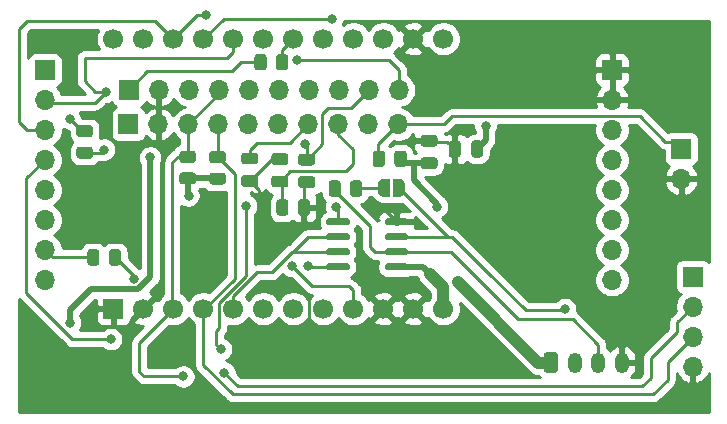
<source format=gbr>
%TF.GenerationSoftware,KiCad,Pcbnew,5.1.10*%
%TF.CreationDate,2021-11-02T12:22:44+00:00*%
%TF.ProjectId,BST900-ESP32,42535439-3030-42d4-9553-5033322e6b69,0.3*%
%TF.SameCoordinates,Original*%
%TF.FileFunction,Copper,L2,Bot*%
%TF.FilePolarity,Positive*%
%FSLAX46Y46*%
G04 Gerber Fmt 4.6, Leading zero omitted, Abs format (unit mm)*
G04 Created by KiCad (PCBNEW 5.1.10) date 2021-11-02 12:22:44*
%MOMM*%
%LPD*%
G01*
G04 APERTURE LIST*
%TA.AperFunction,ComponentPad*%
%ADD10O,1.700000X1.700000*%
%TD*%
%TA.AperFunction,ComponentPad*%
%ADD11R,1.700000X1.700000*%
%TD*%
%TA.AperFunction,ComponentPad*%
%ADD12C,1.700000*%
%TD*%
%TA.AperFunction,SMDPad,CuDef*%
%ADD13C,0.100000*%
%TD*%
%TA.AperFunction,ComponentPad*%
%ADD14O,1.200000X1.750000*%
%TD*%
%TA.AperFunction,ViaPad*%
%ADD15C,0.800000*%
%TD*%
%TA.AperFunction,Conductor*%
%ADD16C,0.250000*%
%TD*%
%TA.AperFunction,Conductor*%
%ADD17C,0.500000*%
%TD*%
%TA.AperFunction,Conductor*%
%ADD18C,1.000000*%
%TD*%
%TA.AperFunction,Conductor*%
%ADD19C,0.254000*%
%TD*%
%TA.AperFunction,Conductor*%
%ADD20C,0.100000*%
%TD*%
G04 APERTURE END LIST*
%TO.P,C4,2*%
%TO.N,GND*%
%TA.AperFunction,SMDPad,CuDef*%
G36*
G01*
X132350000Y-76350000D02*
X133300000Y-76350000D01*
G75*
G02*
X133550000Y-76600000I0J-250000D01*
G01*
X133550000Y-77100000D01*
G75*
G02*
X133300000Y-77350000I-250000J0D01*
G01*
X132350000Y-77350000D01*
G75*
G02*
X132100000Y-77100000I0J250000D01*
G01*
X132100000Y-76600000D01*
G75*
G02*
X132350000Y-76350000I250000J0D01*
G01*
G37*
%TD.AperFunction*%
%TO.P,C4,1*%
%TO.N,Vin_sense*%
%TA.AperFunction,SMDPad,CuDef*%
G36*
G01*
X132350000Y-74450000D02*
X133300000Y-74450000D01*
G75*
G02*
X133550000Y-74700000I0J-250000D01*
G01*
X133550000Y-75200000D01*
G75*
G02*
X133300000Y-75450000I-250000J0D01*
G01*
X132350000Y-75450000D01*
G75*
G02*
X132100000Y-75200000I0J250000D01*
G01*
X132100000Y-74700000D01*
G75*
G02*
X132350000Y-74450000I250000J0D01*
G01*
G37*
%TD.AperFunction*%
%TD*%
%TO.P,C5,2*%
%TO.N,GND*%
%TA.AperFunction,SMDPad,CuDef*%
G36*
G01*
X135850000Y-75500000D02*
X134900000Y-75500000D01*
G75*
G02*
X134650000Y-75250000I0J250000D01*
G01*
X134650000Y-74750000D01*
G75*
G02*
X134900000Y-74500000I250000J0D01*
G01*
X135850000Y-74500000D01*
G75*
G02*
X136100000Y-74750000I0J-250000D01*
G01*
X136100000Y-75250000D01*
G75*
G02*
X135850000Y-75500000I-250000J0D01*
G01*
G37*
%TD.AperFunction*%
%TO.P,C5,1*%
%TO.N,Iout_sense*%
%TA.AperFunction,SMDPad,CuDef*%
G36*
G01*
X135850000Y-77400000D02*
X134900000Y-77400000D01*
G75*
G02*
X134650000Y-77150000I0J250000D01*
G01*
X134650000Y-76650000D01*
G75*
G02*
X134900000Y-76400000I250000J0D01*
G01*
X135850000Y-76400000D01*
G75*
G02*
X136100000Y-76650000I0J-250000D01*
G01*
X136100000Y-77150000D01*
G75*
G02*
X135850000Y-77400000I-250000J0D01*
G01*
G37*
%TD.AperFunction*%
%TD*%
%TO.P,C6,2*%
%TO.N,GND*%
%TA.AperFunction,SMDPad,CuDef*%
G36*
G01*
X137175000Y-76450000D02*
X138125000Y-76450000D01*
G75*
G02*
X138375000Y-76700000I0J-250000D01*
G01*
X138375000Y-77200000D01*
G75*
G02*
X138125000Y-77450000I-250000J0D01*
G01*
X137175000Y-77450000D01*
G75*
G02*
X136925000Y-77200000I0J250000D01*
G01*
X136925000Y-76700000D01*
G75*
G02*
X137175000Y-76450000I250000J0D01*
G01*
G37*
%TD.AperFunction*%
%TO.P,C6,1*%
%TO.N,Vout_sense*%
%TA.AperFunction,SMDPad,CuDef*%
G36*
G01*
X137175000Y-74550000D02*
X138125000Y-74550000D01*
G75*
G02*
X138375000Y-74800000I0J-250000D01*
G01*
X138375000Y-75300000D01*
G75*
G02*
X138125000Y-75550000I-250000J0D01*
G01*
X137175000Y-75550000D01*
G75*
G02*
X136925000Y-75300000I0J250000D01*
G01*
X136925000Y-74800000D01*
G75*
G02*
X137175000Y-74550000I250000J0D01*
G01*
G37*
%TD.AperFunction*%
%TD*%
%TO.P,C1,2*%
%TO.N,GND*%
%TA.AperFunction,SMDPad,CuDef*%
G36*
G01*
X148475000Y-73950000D02*
X147525000Y-73950000D01*
G75*
G02*
X147275000Y-73700000I0J250000D01*
G01*
X147275000Y-73200000D01*
G75*
G02*
X147525000Y-72950000I250000J0D01*
G01*
X148475000Y-72950000D01*
G75*
G02*
X148725000Y-73200000I0J-250000D01*
G01*
X148725000Y-73700000D01*
G75*
G02*
X148475000Y-73950000I-250000J0D01*
G01*
G37*
%TD.AperFunction*%
%TO.P,C1,1*%
%TO.N,+3.3V*%
%TA.AperFunction,SMDPad,CuDef*%
G36*
G01*
X148475000Y-75850000D02*
X147525000Y-75850000D01*
G75*
G02*
X147275000Y-75600000I0J250000D01*
G01*
X147275000Y-75100000D01*
G75*
G02*
X147525000Y-74850000I250000J0D01*
G01*
X148475000Y-74850000D01*
G75*
G02*
X148725000Y-75100000I0J-250000D01*
G01*
X148725000Y-75600000D01*
G75*
G02*
X148475000Y-75850000I-250000J0D01*
G01*
G37*
%TD.AperFunction*%
%TD*%
D10*
%TO.P,J1,8*%
%TO.N,Fan_PWM*%
X115500000Y-85230000D03*
%TO.P,J1,7*%
%TO.N,CV_CC*%
X115500000Y-82690000D03*
%TO.P,J1,6*%
%TO.N,Enable*%
X115500000Y-80150000D03*
%TO.P,J1,5*%
%TO.N,Vout_PWM*%
X115500000Y-77610000D03*
%TO.P,J1,4*%
%TO.N,Iout_PWM*%
X115500000Y-75070000D03*
%TO.P,J1,3*%
%TO.N,Vin_sense*%
X115500000Y-72530000D03*
%TO.P,J1,2*%
%TO.N,Vout_sense*%
X115500000Y-69990000D03*
D11*
%TO.P,J1,1*%
%TO.N,Net-(J1-Pad1)*%
X115500000Y-67450000D03*
%TD*%
D10*
%TO.P,J4,10*%
%TO.N,ANALOGUE_3*%
X145450000Y-69150000D03*
%TO.P,J4,9*%
%TO.N,Vout_sense*%
X142910000Y-69150000D03*
%TO.P,J4,8*%
%TO.N,Iout_sense*%
X140370000Y-69150000D03*
%TO.P,J4,7*%
%TO.N,Vin_sense*%
X137830000Y-69150000D03*
%TO.P,J4,6*%
%TO.N,N/C*%
X135290000Y-69150000D03*
%TO.P,J4,5*%
X132750000Y-69150000D03*
%TO.P,J4,4*%
%TO.N,SDA*%
X130210000Y-69150000D03*
%TO.P,J4,3*%
%TO.N,SCL*%
X127670000Y-69150000D03*
%TO.P,J4,2*%
%TO.N,GND*%
X125130000Y-69150000D03*
D11*
%TO.P,J4,1*%
%TO.N,+3.3V*%
X122590000Y-69150000D03*
%TD*%
D10*
%TO.P,J6,8*%
%TO.N,N/C*%
X163500000Y-85230000D03*
%TO.P,J6,7*%
X163500000Y-82690000D03*
%TO.P,J6,6*%
%TO.N,Net-(J6-Pad5)*%
X163500000Y-80150000D03*
%TO.P,J6,5*%
X163500000Y-77610000D03*
%TO.P,J6,4*%
%TO.N,Net-(J6-Pad3)*%
X163500000Y-75070000D03*
%TO.P,J6,3*%
X163500000Y-72530000D03*
%TO.P,J6,2*%
%TO.N,GND*%
X163500000Y-69990000D03*
D11*
%TO.P,J6,1*%
X163500000Y-67450000D03*
%TD*%
D10*
%TO.P,J5,10*%
%TO.N,ANALOGUE_3*%
X145410000Y-72050000D03*
%TO.P,J5,9*%
%TO.N,Vout_sense*%
X142870000Y-72050000D03*
%TO.P,J5,8*%
%TO.N,Iout_sense*%
X140330000Y-72050000D03*
%TO.P,J5,7*%
%TO.N,Vin_sense*%
X137790000Y-72050000D03*
%TO.P,J5,6*%
%TO.N,N/C*%
X135250000Y-72050000D03*
%TO.P,J5,5*%
X132710000Y-72050000D03*
%TO.P,J5,4*%
%TO.N,SCL*%
X130170000Y-72050000D03*
%TO.P,J5,3*%
%TO.N,SDA*%
X127630000Y-72050000D03*
%TO.P,J5,2*%
%TO.N,GND*%
X125090000Y-72050000D03*
D11*
%TO.P,J5,1*%
%TO.N,+3.3V*%
X122550000Y-72050000D03*
%TD*%
%TO.P,R1,2*%
%TO.N,CV_CC*%
%TA.AperFunction,SMDPad,CuDef*%
G36*
G01*
X120100000Y-82874998D02*
X120100000Y-83775002D01*
G75*
G02*
X119850002Y-84025000I-249998J0D01*
G01*
X119324998Y-84025000D01*
G75*
G02*
X119075000Y-83775002I0J249998D01*
G01*
X119075000Y-82874998D01*
G75*
G02*
X119324998Y-82625000I249998J0D01*
G01*
X119850002Y-82625000D01*
G75*
G02*
X120100000Y-82874998I0J-249998D01*
G01*
G37*
%TD.AperFunction*%
%TO.P,R1,1*%
%TO.N,GPIO_27*%
%TA.AperFunction,SMDPad,CuDef*%
G36*
G01*
X121925000Y-82874998D02*
X121925000Y-83775002D01*
G75*
G02*
X121675002Y-84025000I-249998J0D01*
G01*
X121149998Y-84025000D01*
G75*
G02*
X120900000Y-83775002I0J249998D01*
G01*
X120900000Y-82874998D01*
G75*
G02*
X121149998Y-82625000I249998J0D01*
G01*
X121675002Y-82625000D01*
G75*
G02*
X121925000Y-82874998I0J-249998D01*
G01*
G37*
%TD.AperFunction*%
%TD*%
%TO.P,R2,2*%
%TO.N,ANALOGUE_3*%
%TA.AperFunction,SMDPad,CuDef*%
G36*
G01*
X144275000Y-74524998D02*
X144275000Y-75425002D01*
G75*
G02*
X144025002Y-75675000I-249998J0D01*
G01*
X143499998Y-75675000D01*
G75*
G02*
X143250000Y-75425002I0J249998D01*
G01*
X143250000Y-74524998D01*
G75*
G02*
X143499998Y-74275000I249998J0D01*
G01*
X144025002Y-74275000D01*
G75*
G02*
X144275000Y-74524998I0J-249998D01*
G01*
G37*
%TD.AperFunction*%
%TO.P,R2,1*%
%TO.N,+3.3V*%
%TA.AperFunction,SMDPad,CuDef*%
G36*
G01*
X146100000Y-74524998D02*
X146100000Y-75425002D01*
G75*
G02*
X145850002Y-75675000I-249998J0D01*
G01*
X145324998Y-75675000D01*
G75*
G02*
X145075000Y-75425002I0J249998D01*
G01*
X145075000Y-74524998D01*
G75*
G02*
X145324998Y-74275000I249998J0D01*
G01*
X145850002Y-74275000D01*
G75*
G02*
X146100000Y-74524998I0J-249998D01*
G01*
G37*
%TD.AperFunction*%
%TD*%
%TO.P,R4,2*%
%TO.N,Net-(JP1-Pad1)*%
%TA.AperFunction,SMDPad,CuDef*%
G36*
G01*
X141325000Y-77950002D02*
X141325000Y-77049998D01*
G75*
G02*
X141574998Y-76800000I249998J0D01*
G01*
X142100002Y-76800000D01*
G75*
G02*
X142350000Y-77049998I0J-249998D01*
G01*
X142350000Y-77950002D01*
G75*
G02*
X142100002Y-78200000I-249998J0D01*
G01*
X141574998Y-78200000D01*
G75*
G02*
X141325000Y-77950002I0J249998D01*
G01*
G37*
%TD.AperFunction*%
%TO.P,R4,1*%
%TO.N,Net-(J3-Pad3)*%
%TA.AperFunction,SMDPad,CuDef*%
G36*
G01*
X139500000Y-77950002D02*
X139500000Y-77049998D01*
G75*
G02*
X139749998Y-76800000I249998J0D01*
G01*
X140275002Y-76800000D01*
G75*
G02*
X140525000Y-77049998I0J-249998D01*
G01*
X140525000Y-77950002D01*
G75*
G02*
X140275002Y-78200000I-249998J0D01*
G01*
X139749998Y-78200000D01*
G75*
G02*
X139500000Y-77950002I0J249998D01*
G01*
G37*
%TD.AperFunction*%
%TD*%
%TO.P,R3,2*%
%TO.N,Net-(J1-Pad1)*%
%TA.AperFunction,SMDPad,CuDef*%
G36*
G01*
X119300002Y-73150000D02*
X118399998Y-73150000D01*
G75*
G02*
X118150000Y-72900002I0J249998D01*
G01*
X118150000Y-72374998D01*
G75*
G02*
X118399998Y-72125000I249998J0D01*
G01*
X119300002Y-72125000D01*
G75*
G02*
X119550000Y-72374998I0J-249998D01*
G01*
X119550000Y-72900002D01*
G75*
G02*
X119300002Y-73150000I-249998J0D01*
G01*
G37*
%TD.AperFunction*%
%TO.P,R3,1*%
%TO.N,Iout_sense*%
%TA.AperFunction,SMDPad,CuDef*%
G36*
G01*
X119300002Y-74975000D02*
X118399998Y-74975000D01*
G75*
G02*
X118150000Y-74725002I0J249998D01*
G01*
X118150000Y-74199998D01*
G75*
G02*
X118399998Y-73950000I249998J0D01*
G01*
X119300002Y-73950000D01*
G75*
G02*
X119550000Y-74199998I0J-249998D01*
G01*
X119550000Y-74725002D01*
G75*
G02*
X119300002Y-74975000I-249998J0D01*
G01*
G37*
%TD.AperFunction*%
%TD*%
%TO.P,R5,2*%
%TO.N,GND*%
%TA.AperFunction,SMDPad,CuDef*%
G36*
G01*
X136900000Y-79550002D02*
X136900000Y-78649998D01*
G75*
G02*
X137149998Y-78400000I249998J0D01*
G01*
X137675002Y-78400000D01*
G75*
G02*
X137925000Y-78649998I0J-249998D01*
G01*
X137925000Y-79550002D01*
G75*
G02*
X137675002Y-79800000I-249998J0D01*
G01*
X137149998Y-79800000D01*
G75*
G02*
X136900000Y-79550002I0J249998D01*
G01*
G37*
%TD.AperFunction*%
%TO.P,R5,1*%
%TO.N,Iout_sense*%
%TA.AperFunction,SMDPad,CuDef*%
G36*
G01*
X135075000Y-79550002D02*
X135075000Y-78649998D01*
G75*
G02*
X135324998Y-78400000I249998J0D01*
G01*
X135850002Y-78400000D01*
G75*
G02*
X136100000Y-78649998I0J-249998D01*
G01*
X136100000Y-79550002D01*
G75*
G02*
X135850002Y-79800000I-249998J0D01*
G01*
X135324998Y-79800000D01*
G75*
G02*
X135075000Y-79550002I0J249998D01*
G01*
G37*
%TD.AperFunction*%
%TD*%
D12*
%TO.P,U2,24*%
%TO.N,+3.3V*%
X121280000Y-64820000D03*
%TO.P,U2,23*%
%TO.N,ANALOGUE_3*%
X123820000Y-64820000D03*
%TO.P,U2,22*%
%TO.N,Vin_sense*%
X126360000Y-64820000D03*
%TO.P,U2,21*%
%TO.N,Iout_sense*%
X128900000Y-64820000D03*
%TO.P,U2,20*%
%TO.N,Vout_sense*%
X131440000Y-64820000D03*
%TO.P,U2,19*%
%TO.N,/GPIO_32*%
X133980000Y-64820000D03*
%TO.P,U2,18*%
%TO.N,/GPIO_33*%
X136520000Y-64820000D03*
%TO.P,U2,17*%
%TO.N,RS485_RX*%
X139060000Y-64820000D03*
%TO.P,U2,16*%
%TO.N,RS485_TX*%
X141600000Y-64820000D03*
%TO.P,U2,15*%
%TO.N,GPIO_27*%
X144140000Y-64820000D03*
%TO.P,U2,14*%
%TO.N,GND*%
X146680000Y-64820000D03*
%TO.P,U2,13*%
%TO.N,+5V*%
X149220000Y-64820000D03*
%TO.P,U2,12*%
%TO.N,+3.3V*%
X149220000Y-87680000D03*
%TO.P,U2,11*%
%TO.N,GND*%
X146680000Y-87680000D03*
%TO.P,U2,10*%
X144140000Y-87680000D03*
%TO.P,U2,9*%
%TO.N,Enable*%
X141600000Y-87680000D03*
%TO.P,U2,8*%
%TO.N,Iout_PWM*%
X139060000Y-87680000D03*
%TO.P,U2,7*%
%TO.N,Vout_PWM*%
X136520000Y-87680000D03*
%TO.P,U2,6*%
%TO.N,Fan_PWM*%
X133980000Y-87680000D03*
%TO.P,U2,5*%
%TO.N,RX485_ENA*%
X131440000Y-87680000D03*
%TO.P,U2,4*%
%TO.N,SCL*%
X128900000Y-87680000D03*
%TO.P,U2,3*%
%TO.N,SDA*%
X126360000Y-87680000D03*
%TO.P,U2,2*%
%TO.N,GND*%
X123820000Y-87680000D03*
D11*
%TO.P,U2,1*%
X121280000Y-87680000D03*
%TD*%
%TA.AperFunction,SMDPad,CuDef*%
D13*
%TO.P,JP1,2*%
%TO.N,Net-(J3-Pad2)*%
G36*
X145475000Y-76675602D02*
G01*
X145499534Y-76675602D01*
X145548365Y-76680412D01*
X145596490Y-76689984D01*
X145643445Y-76704228D01*
X145688778Y-76723005D01*
X145732051Y-76746136D01*
X145772850Y-76773396D01*
X145810779Y-76804524D01*
X145845476Y-76839221D01*
X145876604Y-76877150D01*
X145903864Y-76917949D01*
X145926995Y-76961222D01*
X145945772Y-77006555D01*
X145960016Y-77053510D01*
X145969588Y-77101635D01*
X145974398Y-77150466D01*
X145974398Y-77175000D01*
X145975000Y-77175000D01*
X145975000Y-77675000D01*
X145974398Y-77675000D01*
X145974398Y-77699534D01*
X145969588Y-77748365D01*
X145960016Y-77796490D01*
X145945772Y-77843445D01*
X145926995Y-77888778D01*
X145903864Y-77932051D01*
X145876604Y-77972850D01*
X145845476Y-78010779D01*
X145810779Y-78045476D01*
X145772850Y-78076604D01*
X145732051Y-78103864D01*
X145688778Y-78126995D01*
X145643445Y-78145772D01*
X145596490Y-78160016D01*
X145548365Y-78169588D01*
X145499534Y-78174398D01*
X145475000Y-78174398D01*
X145475000Y-78175000D01*
X144975000Y-78175000D01*
X144975000Y-76675000D01*
X145475000Y-76675000D01*
X145475000Y-76675602D01*
G37*
%TD.AperFunction*%
%TA.AperFunction,SMDPad,CuDef*%
%TO.P,JP1,1*%
%TO.N,Net-(JP1-Pad1)*%
G36*
X144675000Y-78175000D02*
G01*
X144175000Y-78175000D01*
X144175000Y-78174398D01*
X144150466Y-78174398D01*
X144101635Y-78169588D01*
X144053510Y-78160016D01*
X144006555Y-78145772D01*
X143961222Y-78126995D01*
X143917949Y-78103864D01*
X143877150Y-78076604D01*
X143839221Y-78045476D01*
X143804524Y-78010779D01*
X143773396Y-77972850D01*
X143746136Y-77932051D01*
X143723005Y-77888778D01*
X143704228Y-77843445D01*
X143689984Y-77796490D01*
X143680412Y-77748365D01*
X143675602Y-77699534D01*
X143675602Y-77675000D01*
X143675000Y-77675000D01*
X143675000Y-77175000D01*
X143675602Y-77175000D01*
X143675602Y-77150466D01*
X143680412Y-77101635D01*
X143689984Y-77053510D01*
X143704228Y-77006555D01*
X143723005Y-76961222D01*
X143746136Y-76917949D01*
X143773396Y-76877150D01*
X143804524Y-76839221D01*
X143839221Y-76804524D01*
X143877150Y-76773396D01*
X143917949Y-76746136D01*
X143961222Y-76723005D01*
X144006555Y-76704228D01*
X144053510Y-76689984D01*
X144101635Y-76680412D01*
X144150466Y-76675602D01*
X144175000Y-76675602D01*
X144175000Y-76675000D01*
X144675000Y-76675000D01*
X144675000Y-78175000D01*
G37*
%TD.AperFunction*%
%TD*%
%TO.P,U1,8*%
%TO.N,+3.3V*%
%TA.AperFunction,SMDPad,CuDef*%
G36*
G01*
X144275000Y-84280000D02*
X144275000Y-83980000D01*
G75*
G02*
X144425000Y-83830000I150000J0D01*
G01*
X146075000Y-83830000D01*
G75*
G02*
X146225000Y-83980000I0J-150000D01*
G01*
X146225000Y-84280000D01*
G75*
G02*
X146075000Y-84430000I-150000J0D01*
G01*
X144425000Y-84430000D01*
G75*
G02*
X144275000Y-84280000I0J150000D01*
G01*
G37*
%TD.AperFunction*%
%TO.P,U1,7*%
%TO.N,Net-(J3-Pad3)*%
%TA.AperFunction,SMDPad,CuDef*%
G36*
G01*
X144275000Y-83010000D02*
X144275000Y-82710000D01*
G75*
G02*
X144425000Y-82560000I150000J0D01*
G01*
X146075000Y-82560000D01*
G75*
G02*
X146225000Y-82710000I0J-150000D01*
G01*
X146225000Y-83010000D01*
G75*
G02*
X146075000Y-83160000I-150000J0D01*
G01*
X144425000Y-83160000D01*
G75*
G02*
X144275000Y-83010000I0J150000D01*
G01*
G37*
%TD.AperFunction*%
%TO.P,U1,6*%
%TO.N,Net-(J3-Pad2)*%
%TA.AperFunction,SMDPad,CuDef*%
G36*
G01*
X144275000Y-81740000D02*
X144275000Y-81440000D01*
G75*
G02*
X144425000Y-81290000I150000J0D01*
G01*
X146075000Y-81290000D01*
G75*
G02*
X146225000Y-81440000I0J-150000D01*
G01*
X146225000Y-81740000D01*
G75*
G02*
X146075000Y-81890000I-150000J0D01*
G01*
X144425000Y-81890000D01*
G75*
G02*
X144275000Y-81740000I0J150000D01*
G01*
G37*
%TD.AperFunction*%
%TO.P,U1,5*%
%TO.N,GND*%
%TA.AperFunction,SMDPad,CuDef*%
G36*
G01*
X144275000Y-80470000D02*
X144275000Y-80170000D01*
G75*
G02*
X144425000Y-80020000I150000J0D01*
G01*
X146075000Y-80020000D01*
G75*
G02*
X146225000Y-80170000I0J-150000D01*
G01*
X146225000Y-80470000D01*
G75*
G02*
X146075000Y-80620000I-150000J0D01*
G01*
X144425000Y-80620000D01*
G75*
G02*
X144275000Y-80470000I0J150000D01*
G01*
G37*
%TD.AperFunction*%
%TO.P,U1,4*%
%TO.N,RS485_TX*%
%TA.AperFunction,SMDPad,CuDef*%
G36*
G01*
X139325000Y-80470000D02*
X139325000Y-80170000D01*
G75*
G02*
X139475000Y-80020000I150000J0D01*
G01*
X141125000Y-80020000D01*
G75*
G02*
X141275000Y-80170000I0J-150000D01*
G01*
X141275000Y-80470000D01*
G75*
G02*
X141125000Y-80620000I-150000J0D01*
G01*
X139475000Y-80620000D01*
G75*
G02*
X139325000Y-80470000I0J150000D01*
G01*
G37*
%TD.AperFunction*%
%TO.P,U1,3*%
%TO.N,RX485_ENA*%
%TA.AperFunction,SMDPad,CuDef*%
G36*
G01*
X139325000Y-81740000D02*
X139325000Y-81440000D01*
G75*
G02*
X139475000Y-81290000I150000J0D01*
G01*
X141125000Y-81290000D01*
G75*
G02*
X141275000Y-81440000I0J-150000D01*
G01*
X141275000Y-81740000D01*
G75*
G02*
X141125000Y-81890000I-150000J0D01*
G01*
X139475000Y-81890000D01*
G75*
G02*
X139325000Y-81740000I0J150000D01*
G01*
G37*
%TD.AperFunction*%
%TO.P,U1,2*%
%TA.AperFunction,SMDPad,CuDef*%
G36*
G01*
X139325000Y-83010000D02*
X139325000Y-82710000D01*
G75*
G02*
X139475000Y-82560000I150000J0D01*
G01*
X141125000Y-82560000D01*
G75*
G02*
X141275000Y-82710000I0J-150000D01*
G01*
X141275000Y-83010000D01*
G75*
G02*
X141125000Y-83160000I-150000J0D01*
G01*
X139475000Y-83160000D01*
G75*
G02*
X139325000Y-83010000I0J150000D01*
G01*
G37*
%TD.AperFunction*%
%TO.P,U1,1*%
%TO.N,RS485_RX*%
%TA.AperFunction,SMDPad,CuDef*%
G36*
G01*
X139325000Y-84280000D02*
X139325000Y-83980000D01*
G75*
G02*
X139475000Y-83830000I150000J0D01*
G01*
X141125000Y-83830000D01*
G75*
G02*
X141275000Y-83980000I0J-150000D01*
G01*
X141275000Y-84280000D01*
G75*
G02*
X141125000Y-84430000I-150000J0D01*
G01*
X139475000Y-84430000D01*
G75*
G02*
X139325000Y-84280000I0J150000D01*
G01*
G37*
%TD.AperFunction*%
%TD*%
%TO.P,R6,2*%
%TO.N,SCL*%
%TA.AperFunction,SMDPad,CuDef*%
G36*
G01*
X130550002Y-75350000D02*
X129649998Y-75350000D01*
G75*
G02*
X129400000Y-75100002I0J249998D01*
G01*
X129400000Y-74574998D01*
G75*
G02*
X129649998Y-74325000I249998J0D01*
G01*
X130550002Y-74325000D01*
G75*
G02*
X130800000Y-74574998I0J-249998D01*
G01*
X130800000Y-75100002D01*
G75*
G02*
X130550002Y-75350000I-249998J0D01*
G01*
G37*
%TD.AperFunction*%
%TO.P,R6,1*%
%TO.N,+3.3V*%
%TA.AperFunction,SMDPad,CuDef*%
G36*
G01*
X130550002Y-77175000D02*
X129649998Y-77175000D01*
G75*
G02*
X129400000Y-76925002I0J249998D01*
G01*
X129400000Y-76399998D01*
G75*
G02*
X129649998Y-76150000I249998J0D01*
G01*
X130550002Y-76150000D01*
G75*
G02*
X130800000Y-76399998I0J-249998D01*
G01*
X130800000Y-76925002D01*
G75*
G02*
X130550002Y-77175000I-249998J0D01*
G01*
G37*
%TD.AperFunction*%
%TD*%
%TO.P,R7,2*%
%TO.N,SDA*%
%TA.AperFunction,SMDPad,CuDef*%
G36*
G01*
X128025002Y-75325000D02*
X127124998Y-75325000D01*
G75*
G02*
X126875000Y-75075002I0J249998D01*
G01*
X126875000Y-74549998D01*
G75*
G02*
X127124998Y-74300000I249998J0D01*
G01*
X128025002Y-74300000D01*
G75*
G02*
X128275000Y-74549998I0J-249998D01*
G01*
X128275000Y-75075002D01*
G75*
G02*
X128025002Y-75325000I-249998J0D01*
G01*
G37*
%TD.AperFunction*%
%TO.P,R7,1*%
%TO.N,+3.3V*%
%TA.AperFunction,SMDPad,CuDef*%
G36*
G01*
X128025002Y-77150000D02*
X127124998Y-77150000D01*
G75*
G02*
X126875000Y-76900002I0J249998D01*
G01*
X126875000Y-76374998D01*
G75*
G02*
X127124998Y-76125000I249998J0D01*
G01*
X128025002Y-76125000D01*
G75*
G02*
X128275000Y-76374998I0J-249998D01*
G01*
X128275000Y-76900002D01*
G75*
G02*
X128025002Y-77150000I-249998J0D01*
G01*
G37*
%TD.AperFunction*%
%TD*%
%TO.P,C3,2*%
%TO.N,GND*%
%TA.AperFunction,SMDPad,CuDef*%
G36*
G01*
X150675000Y-73675000D02*
X150675000Y-74625000D01*
G75*
G02*
X150425000Y-74875000I-250000J0D01*
G01*
X149925000Y-74875000D01*
G75*
G02*
X149675000Y-74625000I0J250000D01*
G01*
X149675000Y-73675000D01*
G75*
G02*
X149925000Y-73425000I250000J0D01*
G01*
X150425000Y-73425000D01*
G75*
G02*
X150675000Y-73675000I0J-250000D01*
G01*
G37*
%TD.AperFunction*%
%TO.P,C3,1*%
%TO.N,+5V*%
%TA.AperFunction,SMDPad,CuDef*%
G36*
G01*
X152575000Y-73675000D02*
X152575000Y-74625000D01*
G75*
G02*
X152325000Y-74875000I-250000J0D01*
G01*
X151825000Y-74875000D01*
G75*
G02*
X151575000Y-74625000I0J250000D01*
G01*
X151575000Y-73675000D01*
G75*
G02*
X151825000Y-73425000I250000J0D01*
G01*
X152325000Y-73425000D01*
G75*
G02*
X152575000Y-73675000I0J-250000D01*
G01*
G37*
%TD.AperFunction*%
%TD*%
D10*
%TO.P,J2,2*%
%TO.N,GND*%
X169350000Y-76665000D03*
D11*
%TO.P,J2,1*%
%TO.N,ANALOGUE_3*%
X169350000Y-74125000D03*
%TD*%
D14*
%TO.P,J3,4*%
%TO.N,GND*%
X164325000Y-92225000D03*
%TO.P,J3,3*%
%TO.N,Net-(J3-Pad3)*%
X162325000Y-92225000D03*
%TO.P,J3,2*%
%TO.N,Net-(J3-Pad2)*%
X160325000Y-92225000D03*
%TO.P,J3,1*%
%TO.N,EXT_5V*%
%TA.AperFunction,ComponentPad*%
G36*
G01*
X157725000Y-92850001D02*
X157725000Y-91599999D01*
G75*
G02*
X157974999Y-91350000I249999J0D01*
G01*
X158675001Y-91350000D01*
G75*
G02*
X158925000Y-91599999I0J-249999D01*
G01*
X158925000Y-92850001D01*
G75*
G02*
X158675001Y-93100000I-249999J0D01*
G01*
X157974999Y-93100000D01*
G75*
G02*
X157725000Y-92850001I0J249999D01*
G01*
G37*
%TD.AperFunction*%
%TD*%
%TO.P,R9,2*%
%TO.N,/GPIO_33*%
%TA.AperFunction,SMDPad,CuDef*%
G36*
G01*
X135050000Y-67250002D02*
X135050000Y-66349998D01*
G75*
G02*
X135299998Y-66100000I249998J0D01*
G01*
X135825002Y-66100000D01*
G75*
G02*
X136075000Y-66349998I0J-249998D01*
G01*
X136075000Y-67250002D01*
G75*
G02*
X135825002Y-67500000I-249998J0D01*
G01*
X135299998Y-67500000D01*
G75*
G02*
X135050000Y-67250002I0J249998D01*
G01*
G37*
%TD.AperFunction*%
%TO.P,R9,1*%
%TO.N,+3.3V*%
%TA.AperFunction,SMDPad,CuDef*%
G36*
G01*
X133225000Y-67250002D02*
X133225000Y-66349998D01*
G75*
G02*
X133474998Y-66100000I249998J0D01*
G01*
X134000002Y-66100000D01*
G75*
G02*
X134250000Y-66349998I0J-249998D01*
G01*
X134250000Y-67250002D01*
G75*
G02*
X134000002Y-67500000I-249998J0D01*
G01*
X133474998Y-67500000D01*
G75*
G02*
X133225000Y-67250002I0J249998D01*
G01*
G37*
%TD.AperFunction*%
%TD*%
D11*
%TO.P,J7,1*%
%TO.N,+3.3V*%
X170325000Y-84950000D03*
D10*
%TO.P,J7,2*%
%TO.N,SDA*%
X170325000Y-87490000D03*
%TO.P,J7,3*%
%TO.N,SCL*%
X170325000Y-90030000D03*
%TO.P,J7,4*%
%TO.N,GND*%
X170325000Y-92570000D03*
%TD*%
D15*
%TO.N,Vin_sense*%
X129100000Y-62800000D03*
%TO.N,GND*%
X122275000Y-79600000D03*
X135275000Y-81200000D03*
X157800000Y-80000000D03*
X150025000Y-68575000D03*
X157650000Y-66750000D03*
X151200000Y-91275000D03*
X138300000Y-92500000D03*
X116575000Y-92450000D03*
X150500000Y-72525000D03*
X144125000Y-79150000D03*
X133625000Y-80025000D03*
X129650000Y-78350000D03*
X127375000Y-80525000D03*
X127500000Y-83200000D03*
X133800000Y-83225000D03*
X115925000Y-65125000D03*
%TO.N,Iout_sense*%
X120500000Y-74200000D03*
X139825000Y-63100000D03*
%TO.N,Vout_sense*%
X137475000Y-73725000D03*
X120625000Y-69300000D03*
%TO.N,+3.3V*%
X148700000Y-79025000D03*
X148125000Y-84750000D03*
X127650000Y-78100000D03*
X124400000Y-74850000D03*
X117600000Y-88850000D03*
%TO.N,Enable*%
X136400000Y-84075000D03*
%TO.N,Iout_PWM*%
X121075000Y-90250000D03*
%TO.N,Net-(J1-Pad1)*%
X117575000Y-71575000D03*
%TO.N,ANALOGUE_3*%
X136850000Y-66600000D03*
X136850000Y-66600000D03*
%TO.N,SDA*%
X130675000Y-93075000D03*
X127200000Y-93400000D03*
%TO.N,+5V*%
X152800000Y-72200000D03*
%TO.N,Net-(J3-Pad2)*%
X159500000Y-87700000D03*
%TO.N,RS485_RX*%
X137800000Y-84025000D03*
%TO.N,RS485_TX*%
X140125000Y-79050000D03*
%TO.N,GPIO_27*%
X123000000Y-85150000D03*
%TO.N,/GPIO_32*%
X132525000Y-78950000D03*
X130375000Y-91100000D03*
%TO.N,EXT_5V*%
X150450000Y-85400000D03*
%TD*%
D16*
%TO.N,Vin_sense*%
X137790000Y-72050000D02*
X136215000Y-73625000D01*
X136215000Y-73625000D02*
X133400000Y-73625000D01*
X132825000Y-74200000D02*
X132825000Y-74950000D01*
X133400000Y-73625000D02*
X132825000Y-74200000D01*
X113275000Y-64000000D02*
X113275000Y-71850000D01*
X113975000Y-63300000D02*
X113275000Y-64000000D01*
X113955000Y-72530000D02*
X115500000Y-72530000D01*
X124840000Y-63300000D02*
X113975000Y-63300000D01*
X113275000Y-71850000D02*
X113955000Y-72530000D01*
X126360000Y-64820000D02*
X124840000Y-63300000D01*
X128380000Y-62800000D02*
X126360000Y-64820000D01*
X129100000Y-62800000D02*
X128380000Y-62800000D01*
%TO.N,GND*%
X150175000Y-74150000D02*
X149550000Y-73525000D01*
X148075000Y-73525000D02*
X148000000Y-73450000D01*
X149550000Y-73525000D02*
X148075000Y-73525000D01*
X150175000Y-72850000D02*
X150500000Y-72525000D01*
X150175000Y-74150000D02*
X150175000Y-72850000D01*
X145250000Y-80275000D02*
X144125000Y-79150000D01*
X145250000Y-80320000D02*
X145250000Y-80275000D01*
X134675000Y-75000000D02*
X135375000Y-75000000D01*
X132825000Y-76850000D02*
X134675000Y-75000000D01*
X137412500Y-77187500D02*
X137650000Y-76950000D01*
X137412500Y-79100000D02*
X137412500Y-77187500D01*
X133625000Y-77650000D02*
X132825000Y-76850000D01*
X133625000Y-80025000D02*
X133625000Y-77650000D01*
X137884999Y-92084999D02*
X137884999Y-86884999D01*
X138300000Y-92500000D02*
X137884999Y-92084999D01*
%TO.N,Iout_sense*%
X141562500Y-74975000D02*
X141562500Y-74187500D01*
X140330000Y-72955000D02*
X140330000Y-72050000D01*
X141562500Y-74187500D02*
X140330000Y-72955000D01*
X135587500Y-77112500D02*
X135375000Y-76900000D01*
X135587500Y-79100000D02*
X135587500Y-77112500D01*
X141562500Y-74975000D02*
X141562500Y-75437500D01*
X141562500Y-75437500D02*
X141000000Y-76000000D01*
X136275000Y-76000000D02*
X135375000Y-76900000D01*
X141000000Y-76000000D02*
X136275000Y-76000000D01*
X128900000Y-64820000D02*
X130620000Y-63100000D01*
X130620000Y-63100000D02*
X139825000Y-63100000D01*
X120237500Y-74462500D02*
X120500000Y-74200000D01*
X118850000Y-74462500D02*
X120237500Y-74462500D01*
%TO.N,Vout_sense*%
X118850000Y-66462500D02*
X118850000Y-68387500D01*
X118850000Y-66462500D02*
X130887500Y-66462500D01*
X131440000Y-65910000D02*
X131440000Y-64820000D01*
X130887500Y-66462500D02*
X131440000Y-65910000D01*
X141360000Y-70700000D02*
X142910000Y-69150000D01*
X139450000Y-70700000D02*
X141360000Y-70700000D01*
X138965001Y-71184999D02*
X139450000Y-70700000D01*
X138965001Y-73734999D02*
X138965001Y-71184999D01*
X137650000Y-75050000D02*
X138965001Y-73734999D01*
X137650000Y-73900000D02*
X137475000Y-73725000D01*
X137650000Y-75050000D02*
X137650000Y-73900000D01*
X119762500Y-69300000D02*
X118850000Y-68387500D01*
X120625000Y-69300000D02*
X119762500Y-69300000D01*
X119712500Y-70212500D02*
X120625000Y-69300000D01*
X115722500Y-70212500D02*
X119712500Y-70212500D01*
X115500000Y-69990000D02*
X115722500Y-70212500D01*
D17*
%TO.N,+3.3V*%
X145962500Y-75350000D02*
X145587500Y-74975000D01*
X130075000Y-76637500D02*
X130100000Y-76662500D01*
X127575000Y-76637500D02*
X130075000Y-76637500D01*
D18*
X149220000Y-87680000D02*
X149220000Y-85845000D01*
X149220000Y-85845000D02*
X148125000Y-84750000D01*
D17*
X147505000Y-84130000D02*
X148125000Y-84750000D01*
X145250000Y-84130000D02*
X147505000Y-84130000D01*
X146700000Y-75350000D02*
X146700000Y-76775000D01*
X148000000Y-75350000D02*
X146700000Y-75350000D01*
X146700000Y-75350000D02*
X145962500Y-75350000D01*
X148700000Y-78775000D02*
X148700000Y-79025000D01*
X146700000Y-76775000D02*
X148700000Y-78775000D01*
X127575000Y-78025000D02*
X127650000Y-78100000D01*
X127575000Y-76637500D02*
X127575000Y-78025000D01*
D16*
X133737500Y-66800000D02*
X132075000Y-66800000D01*
X132075000Y-66800000D02*
X131300000Y-67575000D01*
X124165000Y-67575000D02*
X122590000Y-69150000D01*
X131300000Y-67575000D02*
X124165000Y-67575000D01*
D17*
X124400000Y-85008002D02*
X123383002Y-86025000D01*
X124400000Y-74850000D02*
X124400000Y-85008002D01*
X123383002Y-86025000D02*
X119375000Y-86025000D01*
X117600000Y-87800000D02*
X117600000Y-88850000D01*
X119375000Y-86025000D02*
X117600000Y-87800000D01*
D16*
%TO.N,CV_CC*%
X116135000Y-83325000D02*
X115500000Y-82690000D01*
X119587500Y-83325000D02*
X116135000Y-83325000D01*
%TO.N,Enable*%
X136400000Y-84075000D02*
X138075000Y-85750000D01*
X138075000Y-85750000D02*
X141225000Y-85750000D01*
X141600000Y-86125000D02*
X141600000Y-87680000D01*
X141225000Y-85750000D02*
X141600000Y-86125000D01*
%TO.N,Iout_PWM*%
X121075000Y-90250000D02*
X117800000Y-90250000D01*
X117800000Y-90250000D02*
X113925000Y-86375000D01*
X113925000Y-86375000D02*
X113925000Y-76600000D01*
X115455000Y-75070000D02*
X115500000Y-75070000D01*
X113925000Y-76600000D02*
X115455000Y-75070000D01*
%TO.N,Net-(J1-Pad1)*%
X118637500Y-72637500D02*
X117575000Y-71575000D01*
X118850000Y-72637500D02*
X118637500Y-72637500D01*
%TO.N,ANALOGUE_3*%
X145410000Y-72050000D02*
X143725000Y-73735000D01*
X143725000Y-74937500D02*
X143762500Y-74975000D01*
X143725000Y-73735000D02*
X143725000Y-74937500D01*
X145410000Y-72050000D02*
X149275000Y-72050000D01*
X149970001Y-71354999D02*
X165854999Y-71354999D01*
X149275000Y-72050000D02*
X149970001Y-71354999D01*
X165854999Y-71354999D02*
X168025000Y-73525000D01*
X168750000Y-73525000D02*
X169350000Y-74125000D01*
X168025000Y-73525000D02*
X168750000Y-73525000D01*
X145450000Y-69150000D02*
X145450000Y-67450000D01*
X144600000Y-66600000D02*
X136850000Y-66600000D01*
X145450000Y-67450000D02*
X144600000Y-66600000D01*
%TO.N,SDA*%
X127575000Y-72105000D02*
X127630000Y-72050000D01*
X127575000Y-74812500D02*
X127575000Y-72105000D01*
X127575000Y-74812500D02*
X126712500Y-74812500D01*
X126712500Y-74812500D02*
X126275000Y-75250000D01*
X126275000Y-87595000D02*
X126360000Y-87680000D01*
X126275000Y-75250000D02*
X126275000Y-87595000D01*
X130210000Y-69470000D02*
X130210000Y-69150000D01*
X127630000Y-72050000D02*
X130210000Y-69470000D01*
X170325000Y-87490000D02*
X168990000Y-88825000D01*
X168990000Y-88825000D02*
X168990000Y-89660000D01*
X168990000Y-89660000D02*
X166825000Y-91825000D01*
X166825000Y-91825000D02*
X166825000Y-93500000D01*
X166825000Y-93500000D02*
X166075000Y-94250000D01*
X166075000Y-94250000D02*
X131800000Y-94250000D01*
X130675000Y-93125000D02*
X130675000Y-93075000D01*
X131800000Y-94250000D02*
X130675000Y-93125000D01*
X127200000Y-93400000D02*
X123875000Y-93400000D01*
X123875000Y-93400000D02*
X123475000Y-93000000D01*
X123475000Y-90565000D02*
X126360000Y-87680000D01*
X123475000Y-93000000D02*
X123475000Y-90565000D01*
%TO.N,SCL*%
X130100000Y-72120000D02*
X130170000Y-72050000D01*
X130100000Y-74837500D02*
X130100000Y-72120000D01*
X130100000Y-74837500D02*
X131550000Y-76287500D01*
X131550000Y-76287500D02*
X131550000Y-85125000D01*
X128995000Y-87680000D02*
X128900000Y-87680000D01*
X131550000Y-85125000D02*
X128995000Y-87680000D01*
X170325000Y-90030000D02*
X168200000Y-92155000D01*
X168200000Y-92155000D02*
X168200000Y-93700000D01*
X168200000Y-93700000D02*
X166975000Y-94925000D01*
X166975000Y-94925000D02*
X131375000Y-94925000D01*
X128900000Y-92450000D02*
X128900000Y-87680000D01*
X131375000Y-94925000D02*
X128900000Y-92450000D01*
D17*
%TO.N,+5V*%
X152800000Y-73425000D02*
X152075000Y-74150000D01*
X152800000Y-72200000D02*
X152800000Y-73425000D01*
D16*
%TO.N,Net-(JP1-Pad1)*%
X141912500Y-77425000D02*
X141837500Y-77500000D01*
X144175000Y-77425000D02*
X141912500Y-77425000D01*
%TO.N,Net-(J3-Pad2)*%
X145250000Y-81590000D02*
X148290000Y-81590000D01*
X148290000Y-81590000D02*
X149940000Y-81590000D01*
X152800000Y-84450000D02*
X152825000Y-84450000D01*
X149940000Y-81590000D02*
X152800000Y-84450000D01*
X152825000Y-84450000D02*
X156175000Y-87800000D01*
X159400000Y-87800000D02*
X159500000Y-87700000D01*
X156175000Y-87800000D02*
X159400000Y-87800000D01*
X149640000Y-81590000D02*
X145475000Y-77425000D01*
X149940000Y-81590000D02*
X149640000Y-81590000D01*
%TO.N,RS485_RX*%
X137905000Y-84130000D02*
X137800000Y-84025000D01*
X140300000Y-84130000D02*
X137905000Y-84130000D01*
%TO.N,RX485_ENA*%
X140300000Y-82860000D02*
X136415000Y-82860000D01*
X136415000Y-82860000D02*
X134675000Y-84600000D01*
X134675000Y-84600000D02*
X133450000Y-84600000D01*
X131440000Y-86610000D02*
X131440000Y-87680000D01*
X133450000Y-84600000D02*
X131440000Y-86610000D01*
X140300000Y-81590000D02*
X137765000Y-81590000D01*
X136495000Y-82860000D02*
X136415000Y-82860000D01*
X137765000Y-81590000D02*
X136495000Y-82860000D01*
%TO.N,RS485_TX*%
X140300000Y-79225000D02*
X140125000Y-79050000D01*
X140300000Y-80320000D02*
X140300000Y-79225000D01*
%TO.N,GPIO_27*%
X123000000Y-84912500D02*
X121412500Y-83325000D01*
X123000000Y-85150000D02*
X123000000Y-84912500D01*
%TO.N,Net-(J3-Pad3)*%
X140012500Y-77500000D02*
X140012500Y-77687500D01*
X140012500Y-77687500D02*
X143000000Y-80675000D01*
X143000000Y-80675000D02*
X143000000Y-82450000D01*
X143410000Y-82860000D02*
X145250000Y-82860000D01*
X143000000Y-82450000D02*
X143410000Y-82860000D01*
X145250000Y-82860000D02*
X149835000Y-82860000D01*
X149835000Y-82860000D02*
X155525000Y-88550000D01*
X155525000Y-88550000D02*
X160175000Y-88550000D01*
X162325000Y-90700000D02*
X162325000Y-92225000D01*
X160175000Y-88550000D02*
X162325000Y-90700000D01*
%TO.N,/GPIO_33*%
X135562500Y-65777500D02*
X136520000Y-64820000D01*
X135562500Y-66800000D02*
X135562500Y-65777500D01*
%TO.N,/GPIO_32*%
X132525000Y-84888590D02*
X132525000Y-78950000D01*
X130264999Y-87148591D02*
X132525000Y-84888590D01*
X129975001Y-89549999D02*
X130264999Y-89260001D01*
X130264999Y-89260001D02*
X130264999Y-87148591D01*
X129975001Y-90700001D02*
X129975001Y-89549999D01*
X130375000Y-91100000D02*
X129975001Y-90700001D01*
D18*
%TO.N,EXT_5V*%
X157275000Y-92225000D02*
X150450000Y-85400000D01*
X158325000Y-92225000D02*
X157275000Y-92225000D01*
%TD*%
D19*
%TO.N,GND*%
X125257000Y-69023000D02*
X125277000Y-69023000D01*
X125277000Y-69277000D01*
X125257000Y-69277000D01*
X125257000Y-70470155D01*
X125486890Y-70591476D01*
X125634099Y-70546825D01*
X125896920Y-70421641D01*
X126130269Y-70247588D01*
X126325178Y-70031355D01*
X126394805Y-69914466D01*
X126516525Y-70096632D01*
X126723368Y-70303475D01*
X126966589Y-70465990D01*
X127236842Y-70577932D01*
X127327784Y-70596022D01*
X127196842Y-70622068D01*
X126926589Y-70734010D01*
X126683368Y-70896525D01*
X126476525Y-71103368D01*
X126354805Y-71285534D01*
X126285178Y-71168645D01*
X126090269Y-70952412D01*
X125856920Y-70778359D01*
X125594099Y-70653175D01*
X125446890Y-70608524D01*
X125217000Y-70729845D01*
X125217000Y-71923000D01*
X125237000Y-71923000D01*
X125237000Y-72177000D01*
X125217000Y-72177000D01*
X125217000Y-73370155D01*
X125446890Y-73491476D01*
X125594099Y-73446825D01*
X125856920Y-73321641D01*
X126090269Y-73147588D01*
X126285178Y-72931355D01*
X126354805Y-72814466D01*
X126476525Y-72996632D01*
X126683368Y-73203475D01*
X126815001Y-73291429D01*
X126815000Y-73720472D01*
X126785148Y-73729528D01*
X126631613Y-73811595D01*
X126497038Y-73922038D01*
X126386595Y-74056613D01*
X126335461Y-74152277D01*
X126288224Y-74177526D01*
X126172499Y-74272499D01*
X126148700Y-74301498D01*
X125764002Y-74686197D01*
X125734999Y-74709999D01*
X125698276Y-74754747D01*
X125640026Y-74825724D01*
X125601661Y-74897499D01*
X125569454Y-74957754D01*
X125525997Y-75101015D01*
X125515000Y-75212668D01*
X125515000Y-75212678D01*
X125511324Y-75250000D01*
X125515000Y-75287322D01*
X125515001Y-86458616D01*
X125413368Y-86526525D01*
X125206525Y-86733368D01*
X125090689Y-86906729D01*
X124848397Y-86831208D01*
X123999605Y-87680000D01*
X124013748Y-87694143D01*
X123834143Y-87873748D01*
X123820000Y-87859605D01*
X122971208Y-88708397D01*
X123048843Y-88957472D01*
X123312883Y-89083371D01*
X123596411Y-89155339D01*
X123799255Y-89165944D01*
X122963998Y-90001201D01*
X122935000Y-90024999D01*
X122911202Y-90053997D01*
X122911201Y-90053998D01*
X122840026Y-90140724D01*
X122769454Y-90272754D01*
X122741307Y-90365546D01*
X122725998Y-90416014D01*
X122721355Y-90463158D01*
X122711324Y-90565000D01*
X122715001Y-90602332D01*
X122715000Y-92962677D01*
X122711324Y-93000000D01*
X122715000Y-93037322D01*
X122715000Y-93037332D01*
X122725997Y-93148985D01*
X122756947Y-93251014D01*
X122769454Y-93292246D01*
X122840026Y-93424276D01*
X122879871Y-93472826D01*
X122934999Y-93540001D01*
X122964002Y-93563803D01*
X123311200Y-93911002D01*
X123334999Y-93940001D01*
X123450724Y-94034974D01*
X123582753Y-94105546D01*
X123726014Y-94149003D01*
X123837667Y-94160000D01*
X123837676Y-94160000D01*
X123874999Y-94163676D01*
X123912322Y-94160000D01*
X126496289Y-94160000D01*
X126540226Y-94203937D01*
X126709744Y-94317205D01*
X126898102Y-94395226D01*
X127098061Y-94435000D01*
X127301939Y-94435000D01*
X127501898Y-94395226D01*
X127690256Y-94317205D01*
X127859774Y-94203937D01*
X128003937Y-94059774D01*
X128117205Y-93890256D01*
X128195226Y-93701898D01*
X128235000Y-93501939D01*
X128235000Y-93298061D01*
X128195226Y-93098102D01*
X128117205Y-92909744D01*
X128003937Y-92740226D01*
X127859774Y-92596063D01*
X127690256Y-92482795D01*
X127501898Y-92404774D01*
X127301939Y-92365000D01*
X127098061Y-92365000D01*
X126898102Y-92404774D01*
X126709744Y-92482795D01*
X126540226Y-92596063D01*
X126496289Y-92640000D01*
X124235000Y-92640000D01*
X124235000Y-90879801D01*
X125993592Y-89121210D01*
X126213740Y-89165000D01*
X126506260Y-89165000D01*
X126793158Y-89107932D01*
X127063411Y-88995990D01*
X127306632Y-88833475D01*
X127513475Y-88626632D01*
X127630000Y-88452240D01*
X127746525Y-88626632D01*
X127953368Y-88833475D01*
X128140001Y-88958179D01*
X128140000Y-92412677D01*
X128136324Y-92450000D01*
X128140000Y-92487322D01*
X128140000Y-92487332D01*
X128150997Y-92598985D01*
X128179957Y-92694454D01*
X128194454Y-92742246D01*
X128265026Y-92874276D01*
X128289422Y-92904002D01*
X128359999Y-92990001D01*
X128389003Y-93013804D01*
X130811201Y-95436003D01*
X130834999Y-95465001D01*
X130863997Y-95488799D01*
X130950724Y-95559974D01*
X131082753Y-95630546D01*
X131226014Y-95674003D01*
X131375000Y-95688677D01*
X131412333Y-95685000D01*
X166937678Y-95685000D01*
X166975000Y-95688676D01*
X167012322Y-95685000D01*
X167012333Y-95685000D01*
X167123986Y-95674003D01*
X167267247Y-95630546D01*
X167399276Y-95559974D01*
X167515001Y-95465001D01*
X167538804Y-95435997D01*
X168711003Y-94263799D01*
X168740001Y-94240001D01*
X168834974Y-94124276D01*
X168905546Y-93992247D01*
X168949003Y-93848986D01*
X168960000Y-93737333D01*
X168963677Y-93700000D01*
X168960000Y-93662667D01*
X168960000Y-93140915D01*
X169053359Y-93336920D01*
X169227412Y-93570269D01*
X169443645Y-93765178D01*
X169693748Y-93914157D01*
X169968109Y-94011481D01*
X170198000Y-93890814D01*
X170198000Y-92697000D01*
X170178000Y-92697000D01*
X170178000Y-92443000D01*
X170198000Y-92443000D01*
X170198000Y-92423000D01*
X170452000Y-92423000D01*
X170452000Y-92443000D01*
X170472000Y-92443000D01*
X170472000Y-92697000D01*
X170452000Y-92697000D01*
X170452000Y-93890814D01*
X170681891Y-94011481D01*
X170956252Y-93914157D01*
X171206355Y-93765178D01*
X171422588Y-93570269D01*
X171596641Y-93336920D01*
X171698000Y-93124119D01*
X171698000Y-96448000D01*
X113302000Y-96448000D01*
X113302000Y-86813866D01*
X113328370Y-86845998D01*
X113384999Y-86915001D01*
X113414003Y-86938804D01*
X117236201Y-90761003D01*
X117259999Y-90790001D01*
X117288997Y-90813799D01*
X117375724Y-90884974D01*
X117507753Y-90955546D01*
X117651014Y-90999003D01*
X117800000Y-91013677D01*
X117837333Y-91010000D01*
X120371289Y-91010000D01*
X120415226Y-91053937D01*
X120584744Y-91167205D01*
X120773102Y-91245226D01*
X120973061Y-91285000D01*
X121176939Y-91285000D01*
X121376898Y-91245226D01*
X121565256Y-91167205D01*
X121734774Y-91053937D01*
X121878937Y-90909774D01*
X121992205Y-90740256D01*
X122070226Y-90551898D01*
X122110000Y-90351939D01*
X122110000Y-90148061D01*
X122070226Y-89948102D01*
X121992205Y-89759744D01*
X121878937Y-89590226D01*
X121734774Y-89446063D01*
X121565256Y-89332795D01*
X121376898Y-89254774D01*
X121176939Y-89215000D01*
X120973061Y-89215000D01*
X120773102Y-89254774D01*
X120584744Y-89332795D01*
X120415226Y-89446063D01*
X120371289Y-89490000D01*
X118417150Y-89490000D01*
X118517205Y-89340256D01*
X118595226Y-89151898D01*
X118635000Y-88951939D01*
X118635000Y-88748061D01*
X118595226Y-88548102D01*
X118587728Y-88530000D01*
X119791928Y-88530000D01*
X119804188Y-88654482D01*
X119840498Y-88774180D01*
X119899463Y-88884494D01*
X119978815Y-88981185D01*
X120075506Y-89060537D01*
X120185820Y-89119502D01*
X120305518Y-89155812D01*
X120430000Y-89168072D01*
X120994250Y-89165000D01*
X121153000Y-89006250D01*
X121153000Y-87807000D01*
X119953750Y-87807000D01*
X119795000Y-87965750D01*
X119791928Y-88530000D01*
X118587728Y-88530000D01*
X118517205Y-88359744D01*
X118485000Y-88311546D01*
X118485000Y-88166578D01*
X119741579Y-86910000D01*
X119792364Y-86910000D01*
X119795000Y-87394250D01*
X119953750Y-87553000D01*
X121153000Y-87553000D01*
X121153000Y-87533000D01*
X121407000Y-87533000D01*
X121407000Y-87553000D01*
X121427000Y-87553000D01*
X121427000Y-87807000D01*
X121407000Y-87807000D01*
X121407000Y-89006250D01*
X121565750Y-89165000D01*
X122130000Y-89168072D01*
X122254482Y-89155812D01*
X122374180Y-89119502D01*
X122484494Y-89060537D01*
X122581185Y-88981185D01*
X122660537Y-88884494D01*
X122719502Y-88774180D01*
X122755812Y-88654482D01*
X122768072Y-88530000D01*
X122768025Y-88521443D01*
X122791603Y-88528792D01*
X123640395Y-87680000D01*
X123626253Y-87665858D01*
X123805858Y-87486253D01*
X123820000Y-87500395D01*
X124668792Y-86651603D01*
X124591157Y-86402528D01*
X124364924Y-86294656D01*
X124995049Y-85664532D01*
X125028817Y-85636819D01*
X125063847Y-85594136D01*
X125139410Y-85502062D01*
X125139476Y-85501939D01*
X125221589Y-85348315D01*
X125272195Y-85181492D01*
X125285000Y-85051479D01*
X125285000Y-85051469D01*
X125289281Y-85008003D01*
X125285000Y-84964537D01*
X125285000Y-75388454D01*
X125317205Y-75340256D01*
X125395226Y-75151898D01*
X125435000Y-74951939D01*
X125435000Y-74748061D01*
X125395226Y-74548102D01*
X125317205Y-74359744D01*
X125203937Y-74190226D01*
X125059774Y-74046063D01*
X124890256Y-73932795D01*
X124701898Y-73854774D01*
X124501939Y-73815000D01*
X124298061Y-73815000D01*
X124098102Y-73854774D01*
X123909744Y-73932795D01*
X123740226Y-74046063D01*
X123596063Y-74190226D01*
X123482795Y-74359744D01*
X123404774Y-74548102D01*
X123365000Y-74748061D01*
X123365000Y-74951939D01*
X123404774Y-75151898D01*
X123482795Y-75340256D01*
X123515000Y-75388454D01*
X123515001Y-84249329D01*
X123490256Y-84232795D01*
X123327808Y-84165506D01*
X122563072Y-83400771D01*
X122563072Y-82874998D01*
X122546008Y-82701744D01*
X122495472Y-82535148D01*
X122413405Y-82381613D01*
X122302962Y-82247038D01*
X122168387Y-82136595D01*
X122014852Y-82054528D01*
X121848256Y-82003992D01*
X121675002Y-81986928D01*
X121149998Y-81986928D01*
X120976744Y-82003992D01*
X120810148Y-82054528D01*
X120656613Y-82136595D01*
X120522038Y-82247038D01*
X120500000Y-82273891D01*
X120477962Y-82247038D01*
X120343387Y-82136595D01*
X120189852Y-82054528D01*
X120023256Y-82003992D01*
X119850002Y-81986928D01*
X119324998Y-81986928D01*
X119151744Y-82003992D01*
X118985148Y-82054528D01*
X118831613Y-82136595D01*
X118697038Y-82247038D01*
X118586595Y-82381613D01*
X118504528Y-82535148D01*
X118495473Y-82565000D01*
X116985000Y-82565000D01*
X116985000Y-82543740D01*
X116927932Y-82256842D01*
X116815990Y-81986589D01*
X116653475Y-81743368D01*
X116446632Y-81536525D01*
X116272240Y-81420000D01*
X116446632Y-81303475D01*
X116653475Y-81096632D01*
X116815990Y-80853411D01*
X116927932Y-80583158D01*
X116985000Y-80296260D01*
X116985000Y-80003740D01*
X116927932Y-79716842D01*
X116815990Y-79446589D01*
X116653475Y-79203368D01*
X116446632Y-78996525D01*
X116272240Y-78880000D01*
X116446632Y-78763475D01*
X116653475Y-78556632D01*
X116815990Y-78313411D01*
X116927932Y-78043158D01*
X116985000Y-77756260D01*
X116985000Y-77463740D01*
X116927932Y-77176842D01*
X116815990Y-76906589D01*
X116653475Y-76663368D01*
X116446632Y-76456525D01*
X116272240Y-76340000D01*
X116446632Y-76223475D01*
X116653475Y-76016632D01*
X116815990Y-75773411D01*
X116927932Y-75503158D01*
X116985000Y-75216260D01*
X116985000Y-74923740D01*
X116927932Y-74636842D01*
X116815990Y-74366589D01*
X116653475Y-74123368D01*
X116446632Y-73916525D01*
X116272240Y-73800000D01*
X116446632Y-73683475D01*
X116653475Y-73476632D01*
X116815990Y-73233411D01*
X116927932Y-72963158D01*
X116985000Y-72676260D01*
X116985000Y-72425558D01*
X117084744Y-72492205D01*
X117273102Y-72570226D01*
X117473061Y-72610000D01*
X117511928Y-72610000D01*
X117511928Y-72900002D01*
X117528992Y-73073256D01*
X117579528Y-73239852D01*
X117661595Y-73393387D01*
X117772038Y-73527962D01*
X117798891Y-73550000D01*
X117772038Y-73572038D01*
X117661595Y-73706613D01*
X117579528Y-73860148D01*
X117528992Y-74026744D01*
X117511928Y-74199998D01*
X117511928Y-74725002D01*
X117528992Y-74898256D01*
X117579528Y-75064852D01*
X117661595Y-75218387D01*
X117772038Y-75352962D01*
X117906613Y-75463405D01*
X118060148Y-75545472D01*
X118226744Y-75596008D01*
X118399998Y-75613072D01*
X119300002Y-75613072D01*
X119473256Y-75596008D01*
X119639852Y-75545472D01*
X119793387Y-75463405D01*
X119927962Y-75352962D01*
X120035030Y-75222500D01*
X120200178Y-75222500D01*
X120237500Y-75226176D01*
X120274822Y-75222500D01*
X120274833Y-75222500D01*
X120315220Y-75218522D01*
X120398061Y-75235000D01*
X120601939Y-75235000D01*
X120801898Y-75195226D01*
X120990256Y-75117205D01*
X121159774Y-75003937D01*
X121303937Y-74859774D01*
X121417205Y-74690256D01*
X121495226Y-74501898D01*
X121535000Y-74301939D01*
X121535000Y-74098061D01*
X121495226Y-73898102D01*
X121417205Y-73709744D01*
X121303937Y-73540226D01*
X121159774Y-73396063D01*
X120990256Y-73282795D01*
X120801898Y-73204774D01*
X120601939Y-73165000D01*
X120398061Y-73165000D01*
X120198102Y-73204774D01*
X120121486Y-73236510D01*
X120171008Y-73073256D01*
X120188072Y-72900002D01*
X120188072Y-72374998D01*
X120171008Y-72201744D01*
X120120472Y-72035148D01*
X120038405Y-71881613D01*
X119927962Y-71747038D01*
X119793387Y-71636595D01*
X119639852Y-71554528D01*
X119473256Y-71503992D01*
X119300002Y-71486928D01*
X118610000Y-71486928D01*
X118610000Y-71473061D01*
X118570226Y-71273102D01*
X118492205Y-71084744D01*
X118417206Y-70972500D01*
X119675178Y-70972500D01*
X119712500Y-70976176D01*
X119749822Y-70972500D01*
X119749833Y-70972500D01*
X119861486Y-70961503D01*
X120004747Y-70918046D01*
X120136776Y-70847474D01*
X120252501Y-70752501D01*
X120276303Y-70723498D01*
X120664801Y-70335000D01*
X120726939Y-70335000D01*
X120926898Y-70295226D01*
X121115256Y-70217205D01*
X121137755Y-70202172D01*
X121150498Y-70244180D01*
X121209463Y-70354494D01*
X121288815Y-70451185D01*
X121385506Y-70530537D01*
X121495820Y-70589502D01*
X121510427Y-70593933D01*
X121455820Y-70610498D01*
X121345506Y-70669463D01*
X121248815Y-70748815D01*
X121169463Y-70845506D01*
X121110498Y-70955820D01*
X121074188Y-71075518D01*
X121061928Y-71200000D01*
X121061928Y-72900000D01*
X121074188Y-73024482D01*
X121110498Y-73144180D01*
X121169463Y-73254494D01*
X121248815Y-73351185D01*
X121345506Y-73430537D01*
X121455820Y-73489502D01*
X121575518Y-73525812D01*
X121700000Y-73538072D01*
X123400000Y-73538072D01*
X123524482Y-73525812D01*
X123644180Y-73489502D01*
X123754494Y-73430537D01*
X123851185Y-73351185D01*
X123930537Y-73254494D01*
X123989502Y-73144180D01*
X124013966Y-73063534D01*
X124089731Y-73147588D01*
X124323080Y-73321641D01*
X124585901Y-73446825D01*
X124733110Y-73491476D01*
X124963000Y-73370155D01*
X124963000Y-72177000D01*
X124943000Y-72177000D01*
X124943000Y-71923000D01*
X124963000Y-71923000D01*
X124963000Y-70729845D01*
X124733110Y-70608524D01*
X124585901Y-70653175D01*
X124323080Y-70778359D01*
X124089731Y-70952412D01*
X124013966Y-71036466D01*
X123989502Y-70955820D01*
X123930537Y-70845506D01*
X123851185Y-70748815D01*
X123754494Y-70669463D01*
X123644180Y-70610498D01*
X123629573Y-70606067D01*
X123684180Y-70589502D01*
X123794494Y-70530537D01*
X123891185Y-70451185D01*
X123970537Y-70354494D01*
X124029502Y-70244180D01*
X124053966Y-70163534D01*
X124129731Y-70247588D01*
X124363080Y-70421641D01*
X124625901Y-70546825D01*
X124773110Y-70591476D01*
X125003000Y-70470155D01*
X125003000Y-69277000D01*
X124983000Y-69277000D01*
X124983000Y-69023000D01*
X125003000Y-69023000D01*
X125003000Y-69003000D01*
X125257000Y-69003000D01*
X125257000Y-69023000D01*
%TA.AperFunction,Conductor*%
D20*
G36*
X125257000Y-69023000D02*
G01*
X125277000Y-69023000D01*
X125277000Y-69277000D01*
X125257000Y-69277000D01*
X125257000Y-70470155D01*
X125486890Y-70591476D01*
X125634099Y-70546825D01*
X125896920Y-70421641D01*
X126130269Y-70247588D01*
X126325178Y-70031355D01*
X126394805Y-69914466D01*
X126516525Y-70096632D01*
X126723368Y-70303475D01*
X126966589Y-70465990D01*
X127236842Y-70577932D01*
X127327784Y-70596022D01*
X127196842Y-70622068D01*
X126926589Y-70734010D01*
X126683368Y-70896525D01*
X126476525Y-71103368D01*
X126354805Y-71285534D01*
X126285178Y-71168645D01*
X126090269Y-70952412D01*
X125856920Y-70778359D01*
X125594099Y-70653175D01*
X125446890Y-70608524D01*
X125217000Y-70729845D01*
X125217000Y-71923000D01*
X125237000Y-71923000D01*
X125237000Y-72177000D01*
X125217000Y-72177000D01*
X125217000Y-73370155D01*
X125446890Y-73491476D01*
X125594099Y-73446825D01*
X125856920Y-73321641D01*
X126090269Y-73147588D01*
X126285178Y-72931355D01*
X126354805Y-72814466D01*
X126476525Y-72996632D01*
X126683368Y-73203475D01*
X126815001Y-73291429D01*
X126815000Y-73720472D01*
X126785148Y-73729528D01*
X126631613Y-73811595D01*
X126497038Y-73922038D01*
X126386595Y-74056613D01*
X126335461Y-74152277D01*
X126288224Y-74177526D01*
X126172499Y-74272499D01*
X126148700Y-74301498D01*
X125764002Y-74686197D01*
X125734999Y-74709999D01*
X125698276Y-74754747D01*
X125640026Y-74825724D01*
X125601661Y-74897499D01*
X125569454Y-74957754D01*
X125525997Y-75101015D01*
X125515000Y-75212668D01*
X125515000Y-75212678D01*
X125511324Y-75250000D01*
X125515000Y-75287322D01*
X125515001Y-86458616D01*
X125413368Y-86526525D01*
X125206525Y-86733368D01*
X125090689Y-86906729D01*
X124848397Y-86831208D01*
X123999605Y-87680000D01*
X124013748Y-87694143D01*
X123834143Y-87873748D01*
X123820000Y-87859605D01*
X122971208Y-88708397D01*
X123048843Y-88957472D01*
X123312883Y-89083371D01*
X123596411Y-89155339D01*
X123799255Y-89165944D01*
X122963998Y-90001201D01*
X122935000Y-90024999D01*
X122911202Y-90053997D01*
X122911201Y-90053998D01*
X122840026Y-90140724D01*
X122769454Y-90272754D01*
X122741307Y-90365546D01*
X122725998Y-90416014D01*
X122721355Y-90463158D01*
X122711324Y-90565000D01*
X122715001Y-90602332D01*
X122715000Y-92962677D01*
X122711324Y-93000000D01*
X122715000Y-93037322D01*
X122715000Y-93037332D01*
X122725997Y-93148985D01*
X122756947Y-93251014D01*
X122769454Y-93292246D01*
X122840026Y-93424276D01*
X122879871Y-93472826D01*
X122934999Y-93540001D01*
X122964002Y-93563803D01*
X123311200Y-93911002D01*
X123334999Y-93940001D01*
X123450724Y-94034974D01*
X123582753Y-94105546D01*
X123726014Y-94149003D01*
X123837667Y-94160000D01*
X123837676Y-94160000D01*
X123874999Y-94163676D01*
X123912322Y-94160000D01*
X126496289Y-94160000D01*
X126540226Y-94203937D01*
X126709744Y-94317205D01*
X126898102Y-94395226D01*
X127098061Y-94435000D01*
X127301939Y-94435000D01*
X127501898Y-94395226D01*
X127690256Y-94317205D01*
X127859774Y-94203937D01*
X128003937Y-94059774D01*
X128117205Y-93890256D01*
X128195226Y-93701898D01*
X128235000Y-93501939D01*
X128235000Y-93298061D01*
X128195226Y-93098102D01*
X128117205Y-92909744D01*
X128003937Y-92740226D01*
X127859774Y-92596063D01*
X127690256Y-92482795D01*
X127501898Y-92404774D01*
X127301939Y-92365000D01*
X127098061Y-92365000D01*
X126898102Y-92404774D01*
X126709744Y-92482795D01*
X126540226Y-92596063D01*
X126496289Y-92640000D01*
X124235000Y-92640000D01*
X124235000Y-90879801D01*
X125993592Y-89121210D01*
X126213740Y-89165000D01*
X126506260Y-89165000D01*
X126793158Y-89107932D01*
X127063411Y-88995990D01*
X127306632Y-88833475D01*
X127513475Y-88626632D01*
X127630000Y-88452240D01*
X127746525Y-88626632D01*
X127953368Y-88833475D01*
X128140001Y-88958179D01*
X128140000Y-92412677D01*
X128136324Y-92450000D01*
X128140000Y-92487322D01*
X128140000Y-92487332D01*
X128150997Y-92598985D01*
X128179957Y-92694454D01*
X128194454Y-92742246D01*
X128265026Y-92874276D01*
X128289422Y-92904002D01*
X128359999Y-92990001D01*
X128389003Y-93013804D01*
X130811201Y-95436003D01*
X130834999Y-95465001D01*
X130863997Y-95488799D01*
X130950724Y-95559974D01*
X131082753Y-95630546D01*
X131226014Y-95674003D01*
X131375000Y-95688677D01*
X131412333Y-95685000D01*
X166937678Y-95685000D01*
X166975000Y-95688676D01*
X167012322Y-95685000D01*
X167012333Y-95685000D01*
X167123986Y-95674003D01*
X167267247Y-95630546D01*
X167399276Y-95559974D01*
X167515001Y-95465001D01*
X167538804Y-95435997D01*
X168711003Y-94263799D01*
X168740001Y-94240001D01*
X168834974Y-94124276D01*
X168905546Y-93992247D01*
X168949003Y-93848986D01*
X168960000Y-93737333D01*
X168963677Y-93700000D01*
X168960000Y-93662667D01*
X168960000Y-93140915D01*
X169053359Y-93336920D01*
X169227412Y-93570269D01*
X169443645Y-93765178D01*
X169693748Y-93914157D01*
X169968109Y-94011481D01*
X170198000Y-93890814D01*
X170198000Y-92697000D01*
X170178000Y-92697000D01*
X170178000Y-92443000D01*
X170198000Y-92443000D01*
X170198000Y-92423000D01*
X170452000Y-92423000D01*
X170452000Y-92443000D01*
X170472000Y-92443000D01*
X170472000Y-92697000D01*
X170452000Y-92697000D01*
X170452000Y-93890814D01*
X170681891Y-94011481D01*
X170956252Y-93914157D01*
X171206355Y-93765178D01*
X171422588Y-93570269D01*
X171596641Y-93336920D01*
X171698000Y-93124119D01*
X171698000Y-96448000D01*
X113302000Y-96448000D01*
X113302000Y-86813866D01*
X113328370Y-86845998D01*
X113384999Y-86915001D01*
X113414003Y-86938804D01*
X117236201Y-90761003D01*
X117259999Y-90790001D01*
X117288997Y-90813799D01*
X117375724Y-90884974D01*
X117507753Y-90955546D01*
X117651014Y-90999003D01*
X117800000Y-91013677D01*
X117837333Y-91010000D01*
X120371289Y-91010000D01*
X120415226Y-91053937D01*
X120584744Y-91167205D01*
X120773102Y-91245226D01*
X120973061Y-91285000D01*
X121176939Y-91285000D01*
X121376898Y-91245226D01*
X121565256Y-91167205D01*
X121734774Y-91053937D01*
X121878937Y-90909774D01*
X121992205Y-90740256D01*
X122070226Y-90551898D01*
X122110000Y-90351939D01*
X122110000Y-90148061D01*
X122070226Y-89948102D01*
X121992205Y-89759744D01*
X121878937Y-89590226D01*
X121734774Y-89446063D01*
X121565256Y-89332795D01*
X121376898Y-89254774D01*
X121176939Y-89215000D01*
X120973061Y-89215000D01*
X120773102Y-89254774D01*
X120584744Y-89332795D01*
X120415226Y-89446063D01*
X120371289Y-89490000D01*
X118417150Y-89490000D01*
X118517205Y-89340256D01*
X118595226Y-89151898D01*
X118635000Y-88951939D01*
X118635000Y-88748061D01*
X118595226Y-88548102D01*
X118587728Y-88530000D01*
X119791928Y-88530000D01*
X119804188Y-88654482D01*
X119840498Y-88774180D01*
X119899463Y-88884494D01*
X119978815Y-88981185D01*
X120075506Y-89060537D01*
X120185820Y-89119502D01*
X120305518Y-89155812D01*
X120430000Y-89168072D01*
X120994250Y-89165000D01*
X121153000Y-89006250D01*
X121153000Y-87807000D01*
X119953750Y-87807000D01*
X119795000Y-87965750D01*
X119791928Y-88530000D01*
X118587728Y-88530000D01*
X118517205Y-88359744D01*
X118485000Y-88311546D01*
X118485000Y-88166578D01*
X119741579Y-86910000D01*
X119792364Y-86910000D01*
X119795000Y-87394250D01*
X119953750Y-87553000D01*
X121153000Y-87553000D01*
X121153000Y-87533000D01*
X121407000Y-87533000D01*
X121407000Y-87553000D01*
X121427000Y-87553000D01*
X121427000Y-87807000D01*
X121407000Y-87807000D01*
X121407000Y-89006250D01*
X121565750Y-89165000D01*
X122130000Y-89168072D01*
X122254482Y-89155812D01*
X122374180Y-89119502D01*
X122484494Y-89060537D01*
X122581185Y-88981185D01*
X122660537Y-88884494D01*
X122719502Y-88774180D01*
X122755812Y-88654482D01*
X122768072Y-88530000D01*
X122768025Y-88521443D01*
X122791603Y-88528792D01*
X123640395Y-87680000D01*
X123626253Y-87665858D01*
X123805858Y-87486253D01*
X123820000Y-87500395D01*
X124668792Y-86651603D01*
X124591157Y-86402528D01*
X124364924Y-86294656D01*
X124995049Y-85664532D01*
X125028817Y-85636819D01*
X125063847Y-85594136D01*
X125139410Y-85502062D01*
X125139476Y-85501939D01*
X125221589Y-85348315D01*
X125272195Y-85181492D01*
X125285000Y-85051479D01*
X125285000Y-85051469D01*
X125289281Y-85008003D01*
X125285000Y-84964537D01*
X125285000Y-75388454D01*
X125317205Y-75340256D01*
X125395226Y-75151898D01*
X125435000Y-74951939D01*
X125435000Y-74748061D01*
X125395226Y-74548102D01*
X125317205Y-74359744D01*
X125203937Y-74190226D01*
X125059774Y-74046063D01*
X124890256Y-73932795D01*
X124701898Y-73854774D01*
X124501939Y-73815000D01*
X124298061Y-73815000D01*
X124098102Y-73854774D01*
X123909744Y-73932795D01*
X123740226Y-74046063D01*
X123596063Y-74190226D01*
X123482795Y-74359744D01*
X123404774Y-74548102D01*
X123365000Y-74748061D01*
X123365000Y-74951939D01*
X123404774Y-75151898D01*
X123482795Y-75340256D01*
X123515000Y-75388454D01*
X123515001Y-84249329D01*
X123490256Y-84232795D01*
X123327808Y-84165506D01*
X122563072Y-83400771D01*
X122563072Y-82874998D01*
X122546008Y-82701744D01*
X122495472Y-82535148D01*
X122413405Y-82381613D01*
X122302962Y-82247038D01*
X122168387Y-82136595D01*
X122014852Y-82054528D01*
X121848256Y-82003992D01*
X121675002Y-81986928D01*
X121149998Y-81986928D01*
X120976744Y-82003992D01*
X120810148Y-82054528D01*
X120656613Y-82136595D01*
X120522038Y-82247038D01*
X120500000Y-82273891D01*
X120477962Y-82247038D01*
X120343387Y-82136595D01*
X120189852Y-82054528D01*
X120023256Y-82003992D01*
X119850002Y-81986928D01*
X119324998Y-81986928D01*
X119151744Y-82003992D01*
X118985148Y-82054528D01*
X118831613Y-82136595D01*
X118697038Y-82247038D01*
X118586595Y-82381613D01*
X118504528Y-82535148D01*
X118495473Y-82565000D01*
X116985000Y-82565000D01*
X116985000Y-82543740D01*
X116927932Y-82256842D01*
X116815990Y-81986589D01*
X116653475Y-81743368D01*
X116446632Y-81536525D01*
X116272240Y-81420000D01*
X116446632Y-81303475D01*
X116653475Y-81096632D01*
X116815990Y-80853411D01*
X116927932Y-80583158D01*
X116985000Y-80296260D01*
X116985000Y-80003740D01*
X116927932Y-79716842D01*
X116815990Y-79446589D01*
X116653475Y-79203368D01*
X116446632Y-78996525D01*
X116272240Y-78880000D01*
X116446632Y-78763475D01*
X116653475Y-78556632D01*
X116815990Y-78313411D01*
X116927932Y-78043158D01*
X116985000Y-77756260D01*
X116985000Y-77463740D01*
X116927932Y-77176842D01*
X116815990Y-76906589D01*
X116653475Y-76663368D01*
X116446632Y-76456525D01*
X116272240Y-76340000D01*
X116446632Y-76223475D01*
X116653475Y-76016632D01*
X116815990Y-75773411D01*
X116927932Y-75503158D01*
X116985000Y-75216260D01*
X116985000Y-74923740D01*
X116927932Y-74636842D01*
X116815990Y-74366589D01*
X116653475Y-74123368D01*
X116446632Y-73916525D01*
X116272240Y-73800000D01*
X116446632Y-73683475D01*
X116653475Y-73476632D01*
X116815990Y-73233411D01*
X116927932Y-72963158D01*
X116985000Y-72676260D01*
X116985000Y-72425558D01*
X117084744Y-72492205D01*
X117273102Y-72570226D01*
X117473061Y-72610000D01*
X117511928Y-72610000D01*
X117511928Y-72900002D01*
X117528992Y-73073256D01*
X117579528Y-73239852D01*
X117661595Y-73393387D01*
X117772038Y-73527962D01*
X117798891Y-73550000D01*
X117772038Y-73572038D01*
X117661595Y-73706613D01*
X117579528Y-73860148D01*
X117528992Y-74026744D01*
X117511928Y-74199998D01*
X117511928Y-74725002D01*
X117528992Y-74898256D01*
X117579528Y-75064852D01*
X117661595Y-75218387D01*
X117772038Y-75352962D01*
X117906613Y-75463405D01*
X118060148Y-75545472D01*
X118226744Y-75596008D01*
X118399998Y-75613072D01*
X119300002Y-75613072D01*
X119473256Y-75596008D01*
X119639852Y-75545472D01*
X119793387Y-75463405D01*
X119927962Y-75352962D01*
X120035030Y-75222500D01*
X120200178Y-75222500D01*
X120237500Y-75226176D01*
X120274822Y-75222500D01*
X120274833Y-75222500D01*
X120315220Y-75218522D01*
X120398061Y-75235000D01*
X120601939Y-75235000D01*
X120801898Y-75195226D01*
X120990256Y-75117205D01*
X121159774Y-75003937D01*
X121303937Y-74859774D01*
X121417205Y-74690256D01*
X121495226Y-74501898D01*
X121535000Y-74301939D01*
X121535000Y-74098061D01*
X121495226Y-73898102D01*
X121417205Y-73709744D01*
X121303937Y-73540226D01*
X121159774Y-73396063D01*
X120990256Y-73282795D01*
X120801898Y-73204774D01*
X120601939Y-73165000D01*
X120398061Y-73165000D01*
X120198102Y-73204774D01*
X120121486Y-73236510D01*
X120171008Y-73073256D01*
X120188072Y-72900002D01*
X120188072Y-72374998D01*
X120171008Y-72201744D01*
X120120472Y-72035148D01*
X120038405Y-71881613D01*
X119927962Y-71747038D01*
X119793387Y-71636595D01*
X119639852Y-71554528D01*
X119473256Y-71503992D01*
X119300002Y-71486928D01*
X118610000Y-71486928D01*
X118610000Y-71473061D01*
X118570226Y-71273102D01*
X118492205Y-71084744D01*
X118417206Y-70972500D01*
X119675178Y-70972500D01*
X119712500Y-70976176D01*
X119749822Y-70972500D01*
X119749833Y-70972500D01*
X119861486Y-70961503D01*
X120004747Y-70918046D01*
X120136776Y-70847474D01*
X120252501Y-70752501D01*
X120276303Y-70723498D01*
X120664801Y-70335000D01*
X120726939Y-70335000D01*
X120926898Y-70295226D01*
X121115256Y-70217205D01*
X121137755Y-70202172D01*
X121150498Y-70244180D01*
X121209463Y-70354494D01*
X121288815Y-70451185D01*
X121385506Y-70530537D01*
X121495820Y-70589502D01*
X121510427Y-70593933D01*
X121455820Y-70610498D01*
X121345506Y-70669463D01*
X121248815Y-70748815D01*
X121169463Y-70845506D01*
X121110498Y-70955820D01*
X121074188Y-71075518D01*
X121061928Y-71200000D01*
X121061928Y-72900000D01*
X121074188Y-73024482D01*
X121110498Y-73144180D01*
X121169463Y-73254494D01*
X121248815Y-73351185D01*
X121345506Y-73430537D01*
X121455820Y-73489502D01*
X121575518Y-73525812D01*
X121700000Y-73538072D01*
X123400000Y-73538072D01*
X123524482Y-73525812D01*
X123644180Y-73489502D01*
X123754494Y-73430537D01*
X123851185Y-73351185D01*
X123930537Y-73254494D01*
X123989502Y-73144180D01*
X124013966Y-73063534D01*
X124089731Y-73147588D01*
X124323080Y-73321641D01*
X124585901Y-73446825D01*
X124733110Y-73491476D01*
X124963000Y-73370155D01*
X124963000Y-72177000D01*
X124943000Y-72177000D01*
X124943000Y-71923000D01*
X124963000Y-71923000D01*
X124963000Y-70729845D01*
X124733110Y-70608524D01*
X124585901Y-70653175D01*
X124323080Y-70778359D01*
X124089731Y-70952412D01*
X124013966Y-71036466D01*
X123989502Y-70955820D01*
X123930537Y-70845506D01*
X123851185Y-70748815D01*
X123754494Y-70669463D01*
X123644180Y-70610498D01*
X123629573Y-70606067D01*
X123684180Y-70589502D01*
X123794494Y-70530537D01*
X123891185Y-70451185D01*
X123970537Y-70354494D01*
X124029502Y-70244180D01*
X124053966Y-70163534D01*
X124129731Y-70247588D01*
X124363080Y-70421641D01*
X124625901Y-70546825D01*
X124773110Y-70591476D01*
X125003000Y-70470155D01*
X125003000Y-69277000D01*
X124983000Y-69277000D01*
X124983000Y-69023000D01*
X125003000Y-69023000D01*
X125003000Y-69003000D01*
X125257000Y-69003000D01*
X125257000Y-69023000D01*
G37*
%TD.AperFunction*%
D19*
X171698000Y-83736322D02*
X171626185Y-83648815D01*
X171529494Y-83569463D01*
X171419180Y-83510498D01*
X171299482Y-83474188D01*
X171175000Y-83461928D01*
X169475000Y-83461928D01*
X169350518Y-83474188D01*
X169230820Y-83510498D01*
X169120506Y-83569463D01*
X169023815Y-83648815D01*
X168944463Y-83745506D01*
X168885498Y-83855820D01*
X168849188Y-83975518D01*
X168836928Y-84100000D01*
X168836928Y-85800000D01*
X168849188Y-85924482D01*
X168885498Y-86044180D01*
X168944463Y-86154494D01*
X169023815Y-86251185D01*
X169120506Y-86330537D01*
X169230820Y-86389502D01*
X169303380Y-86411513D01*
X169171525Y-86543368D01*
X169009010Y-86786589D01*
X168897068Y-87056842D01*
X168840000Y-87343740D01*
X168840000Y-87636260D01*
X168883791Y-87856408D01*
X168479003Y-88261196D01*
X168449999Y-88284999D01*
X168401576Y-88344003D01*
X168355026Y-88400724D01*
X168332068Y-88443676D01*
X168284454Y-88532754D01*
X168240997Y-88676015D01*
X168230000Y-88787668D01*
X168230000Y-88787678D01*
X168226324Y-88825000D01*
X168230000Y-88862322D01*
X168230000Y-89345198D01*
X166314003Y-91261196D01*
X166284999Y-91284999D01*
X166229871Y-91352174D01*
X166190026Y-91400724D01*
X166150271Y-91475100D01*
X166119454Y-91532754D01*
X166075997Y-91676015D01*
X166065000Y-91787668D01*
X166065000Y-91787678D01*
X166061324Y-91825000D01*
X166065000Y-91862323D01*
X166065001Y-93185198D01*
X165760199Y-93490000D01*
X165067805Y-93490000D01*
X165108474Y-93463078D01*
X165281307Y-93291725D01*
X165417390Y-93089946D01*
X165511493Y-92865496D01*
X165560000Y-92627000D01*
X165560000Y-92352000D01*
X164452000Y-92352000D01*
X164452000Y-92372000D01*
X164198000Y-92372000D01*
X164198000Y-92352000D01*
X164178000Y-92352000D01*
X164178000Y-92098000D01*
X164198000Y-92098000D01*
X164198000Y-90881269D01*
X164452000Y-90881269D01*
X164452000Y-92098000D01*
X165560000Y-92098000D01*
X165560000Y-91823000D01*
X165511493Y-91584504D01*
X165417390Y-91360054D01*
X165281307Y-91158275D01*
X165108474Y-90986922D01*
X164905533Y-90852579D01*
X164680282Y-90760409D01*
X164642609Y-90756538D01*
X164452000Y-90881269D01*
X164198000Y-90881269D01*
X164007391Y-90756538D01*
X163969718Y-90760409D01*
X163744467Y-90852579D01*
X163541526Y-90986922D01*
X163368693Y-91158275D01*
X163325481Y-91222348D01*
X163202502Y-91072498D01*
X163085000Y-90976067D01*
X163085000Y-90737322D01*
X163088676Y-90699999D01*
X163085000Y-90662676D01*
X163085000Y-90662667D01*
X163074003Y-90551014D01*
X163030546Y-90407753D01*
X162959974Y-90275724D01*
X162865001Y-90159999D01*
X162836004Y-90136202D01*
X160738804Y-88039003D01*
X160715001Y-88009999D01*
X160599276Y-87915026D01*
X160520845Y-87873103D01*
X160535000Y-87801939D01*
X160535000Y-87598061D01*
X160495226Y-87398102D01*
X160417205Y-87209744D01*
X160303937Y-87040226D01*
X160159774Y-86896063D01*
X159990256Y-86782795D01*
X159801898Y-86704774D01*
X159601939Y-86665000D01*
X159398061Y-86665000D01*
X159198102Y-86704774D01*
X159009744Y-86782795D01*
X158840226Y-86896063D01*
X158696289Y-87040000D01*
X156489803Y-87040000D01*
X153388804Y-83939003D01*
X153365001Y-83909999D01*
X153249276Y-83815026D01*
X153228979Y-83804177D01*
X150503804Y-81079003D01*
X150480001Y-81049999D01*
X150364276Y-80955026D01*
X150232247Y-80884454D01*
X150088986Y-80840997D01*
X149977333Y-80830000D01*
X149977322Y-80830000D01*
X149952343Y-80827540D01*
X149103106Y-79978304D01*
X149190256Y-79942205D01*
X149359774Y-79828937D01*
X149503937Y-79684774D01*
X149617205Y-79515256D01*
X149695226Y-79326898D01*
X149735000Y-79126939D01*
X149735000Y-78923061D01*
X149695226Y-78723102D01*
X149617205Y-78534744D01*
X149503937Y-78365226D01*
X149462099Y-78323388D01*
X149439411Y-78280941D01*
X149390270Y-78221063D01*
X149356532Y-78179953D01*
X149356530Y-78179951D01*
X149328817Y-78146183D01*
X149295050Y-78118471D01*
X147664650Y-76488072D01*
X148475000Y-76488072D01*
X148648254Y-76471008D01*
X148814850Y-76420472D01*
X148968386Y-76338405D01*
X149102962Y-76227962D01*
X149213405Y-76093386D01*
X149295472Y-75939850D01*
X149346008Y-75773254D01*
X149363072Y-75600000D01*
X149363072Y-75428289D01*
X149430820Y-75464502D01*
X149550518Y-75500812D01*
X149675000Y-75513072D01*
X149889250Y-75510000D01*
X150048000Y-75351250D01*
X150048000Y-74277000D01*
X150028000Y-74277000D01*
X150028000Y-74023000D01*
X150048000Y-74023000D01*
X150048000Y-72948750D01*
X149889250Y-72790000D01*
X149675000Y-72786928D01*
X149550518Y-72799188D01*
X149430820Y-72835498D01*
X149355747Y-72875626D01*
X149350812Y-72825518D01*
X149345125Y-72806770D01*
X149423986Y-72799003D01*
X149567247Y-72755546D01*
X149699276Y-72684974D01*
X149815001Y-72590001D01*
X149838803Y-72560998D01*
X150284803Y-72114999D01*
X151765000Y-72114999D01*
X151765000Y-72301939D01*
X151804774Y-72501898D01*
X151882795Y-72690256D01*
X151915000Y-72738455D01*
X151915000Y-72786928D01*
X151825000Y-72786928D01*
X151651746Y-72803992D01*
X151485150Y-72854528D01*
X151331614Y-72936595D01*
X151197038Y-73047038D01*
X151191658Y-73053594D01*
X151126185Y-72973815D01*
X151029494Y-72894463D01*
X150919180Y-72835498D01*
X150799482Y-72799188D01*
X150675000Y-72786928D01*
X150460750Y-72790000D01*
X150302000Y-72948750D01*
X150302000Y-74023000D01*
X150322000Y-74023000D01*
X150322000Y-74277000D01*
X150302000Y-74277000D01*
X150302000Y-75351250D01*
X150460750Y-75510000D01*
X150675000Y-75513072D01*
X150799482Y-75500812D01*
X150919180Y-75464502D01*
X151029494Y-75405537D01*
X151126185Y-75326185D01*
X151191658Y-75246406D01*
X151197038Y-75252962D01*
X151331614Y-75363405D01*
X151485150Y-75445472D01*
X151651746Y-75496008D01*
X151825000Y-75513072D01*
X152325000Y-75513072D01*
X152498254Y-75496008D01*
X152664850Y-75445472D01*
X152818386Y-75363405D01*
X152952962Y-75252962D01*
X153063405Y-75118386D01*
X153145472Y-74964850D01*
X153196008Y-74798254D01*
X153213072Y-74625000D01*
X153213072Y-74263507D01*
X153395049Y-74081530D01*
X153428817Y-74053817D01*
X153458831Y-74017246D01*
X153539411Y-73919059D01*
X153558159Y-73883984D01*
X153621589Y-73765313D01*
X153672195Y-73598490D01*
X153685000Y-73468477D01*
X153685000Y-73468469D01*
X153689281Y-73425000D01*
X153685000Y-73381531D01*
X153685000Y-72738454D01*
X153717205Y-72690256D01*
X153795226Y-72501898D01*
X153835000Y-72301939D01*
X153835000Y-72114999D01*
X162068456Y-72114999D01*
X162015000Y-72383740D01*
X162015000Y-72676260D01*
X162072068Y-72963158D01*
X162184010Y-73233411D01*
X162346525Y-73476632D01*
X162553368Y-73683475D01*
X162727760Y-73800000D01*
X162553368Y-73916525D01*
X162346525Y-74123368D01*
X162184010Y-74366589D01*
X162072068Y-74636842D01*
X162015000Y-74923740D01*
X162015000Y-75216260D01*
X162072068Y-75503158D01*
X162184010Y-75773411D01*
X162346525Y-76016632D01*
X162553368Y-76223475D01*
X162727760Y-76340000D01*
X162553368Y-76456525D01*
X162346525Y-76663368D01*
X162184010Y-76906589D01*
X162072068Y-77176842D01*
X162015000Y-77463740D01*
X162015000Y-77756260D01*
X162072068Y-78043158D01*
X162184010Y-78313411D01*
X162346525Y-78556632D01*
X162553368Y-78763475D01*
X162727760Y-78880000D01*
X162553368Y-78996525D01*
X162346525Y-79203368D01*
X162184010Y-79446589D01*
X162072068Y-79716842D01*
X162015000Y-80003740D01*
X162015000Y-80296260D01*
X162072068Y-80583158D01*
X162184010Y-80853411D01*
X162346525Y-81096632D01*
X162553368Y-81303475D01*
X162727760Y-81420000D01*
X162553368Y-81536525D01*
X162346525Y-81743368D01*
X162184010Y-81986589D01*
X162072068Y-82256842D01*
X162015000Y-82543740D01*
X162015000Y-82836260D01*
X162072068Y-83123158D01*
X162184010Y-83393411D01*
X162346525Y-83636632D01*
X162553368Y-83843475D01*
X162727760Y-83960000D01*
X162553368Y-84076525D01*
X162346525Y-84283368D01*
X162184010Y-84526589D01*
X162072068Y-84796842D01*
X162015000Y-85083740D01*
X162015000Y-85376260D01*
X162072068Y-85663158D01*
X162184010Y-85933411D01*
X162346525Y-86176632D01*
X162553368Y-86383475D01*
X162796589Y-86545990D01*
X163066842Y-86657932D01*
X163353740Y-86715000D01*
X163646260Y-86715000D01*
X163933158Y-86657932D01*
X164203411Y-86545990D01*
X164446632Y-86383475D01*
X164653475Y-86176632D01*
X164815990Y-85933411D01*
X164927932Y-85663158D01*
X164985000Y-85376260D01*
X164985000Y-85083740D01*
X164927932Y-84796842D01*
X164815990Y-84526589D01*
X164653475Y-84283368D01*
X164446632Y-84076525D01*
X164272240Y-83960000D01*
X164446632Y-83843475D01*
X164653475Y-83636632D01*
X164815990Y-83393411D01*
X164927932Y-83123158D01*
X164985000Y-82836260D01*
X164985000Y-82543740D01*
X164927932Y-82256842D01*
X164815990Y-81986589D01*
X164653475Y-81743368D01*
X164446632Y-81536525D01*
X164272240Y-81420000D01*
X164446632Y-81303475D01*
X164653475Y-81096632D01*
X164815990Y-80853411D01*
X164927932Y-80583158D01*
X164985000Y-80296260D01*
X164985000Y-80003740D01*
X164927932Y-79716842D01*
X164815990Y-79446589D01*
X164653475Y-79203368D01*
X164446632Y-78996525D01*
X164272240Y-78880000D01*
X164446632Y-78763475D01*
X164653475Y-78556632D01*
X164815990Y-78313411D01*
X164927932Y-78043158D01*
X164985000Y-77756260D01*
X164985000Y-77463740D01*
X164927932Y-77176842D01*
X164863750Y-77021890D01*
X167908524Y-77021890D01*
X167953175Y-77169099D01*
X168078359Y-77431920D01*
X168252412Y-77665269D01*
X168468645Y-77860178D01*
X168718748Y-78009157D01*
X168993109Y-78106481D01*
X169223000Y-77985814D01*
X169223000Y-76792000D01*
X169477000Y-76792000D01*
X169477000Y-77985814D01*
X169706891Y-78106481D01*
X169981252Y-78009157D01*
X170231355Y-77860178D01*
X170447588Y-77665269D01*
X170621641Y-77431920D01*
X170746825Y-77169099D01*
X170791476Y-77021890D01*
X170670155Y-76792000D01*
X169477000Y-76792000D01*
X169223000Y-76792000D01*
X168029845Y-76792000D01*
X167908524Y-77021890D01*
X164863750Y-77021890D01*
X164815990Y-76906589D01*
X164653475Y-76663368D01*
X164446632Y-76456525D01*
X164272240Y-76340000D01*
X164446632Y-76223475D01*
X164653475Y-76016632D01*
X164815990Y-75773411D01*
X164927932Y-75503158D01*
X164985000Y-75216260D01*
X164985000Y-74923740D01*
X164927932Y-74636842D01*
X164815990Y-74366589D01*
X164653475Y-74123368D01*
X164446632Y-73916525D01*
X164272240Y-73800000D01*
X164446632Y-73683475D01*
X164653475Y-73476632D01*
X164815990Y-73233411D01*
X164927932Y-72963158D01*
X164985000Y-72676260D01*
X164985000Y-72383740D01*
X164931544Y-72114999D01*
X165540198Y-72114999D01*
X167461200Y-74036002D01*
X167484999Y-74065001D01*
X167600724Y-74159974D01*
X167732753Y-74230546D01*
X167861928Y-74269730D01*
X167861928Y-74975000D01*
X167874188Y-75099482D01*
X167910498Y-75219180D01*
X167969463Y-75329494D01*
X168048815Y-75426185D01*
X168145506Y-75505537D01*
X168255820Y-75564502D01*
X168336466Y-75588966D01*
X168252412Y-75664731D01*
X168078359Y-75898080D01*
X167953175Y-76160901D01*
X167908524Y-76308110D01*
X168029845Y-76538000D01*
X169223000Y-76538000D01*
X169223000Y-76518000D01*
X169477000Y-76518000D01*
X169477000Y-76538000D01*
X170670155Y-76538000D01*
X170791476Y-76308110D01*
X170746825Y-76160901D01*
X170621641Y-75898080D01*
X170447588Y-75664731D01*
X170363534Y-75588966D01*
X170444180Y-75564502D01*
X170554494Y-75505537D01*
X170651185Y-75426185D01*
X170730537Y-75329494D01*
X170789502Y-75219180D01*
X170825812Y-75099482D01*
X170838072Y-74975000D01*
X170838072Y-73275000D01*
X170825812Y-73150518D01*
X170789502Y-73030820D01*
X170730537Y-72920506D01*
X170651185Y-72823815D01*
X170554494Y-72744463D01*
X170444180Y-72685498D01*
X170324482Y-72649188D01*
X170200000Y-72636928D01*
X168500000Y-72636928D01*
X168375518Y-72649188D01*
X168259257Y-72684455D01*
X166418803Y-70844002D01*
X166395000Y-70814998D01*
X166279275Y-70720025D01*
X166147246Y-70649453D01*
X166003985Y-70605996D01*
X165892332Y-70594999D01*
X165892321Y-70594999D01*
X165854999Y-70591323D01*
X165817677Y-70594999D01*
X164848765Y-70594999D01*
X164896825Y-70494099D01*
X164941476Y-70346890D01*
X164820155Y-70117000D01*
X163627000Y-70117000D01*
X163627000Y-70137000D01*
X163373000Y-70137000D01*
X163373000Y-70117000D01*
X162179845Y-70117000D01*
X162058524Y-70346890D01*
X162103175Y-70494099D01*
X162151235Y-70594999D01*
X150007324Y-70594999D01*
X149970001Y-70591323D01*
X149932678Y-70594999D01*
X149932668Y-70594999D01*
X149821015Y-70605996D01*
X149677754Y-70649453D01*
X149545725Y-70720025D01*
X149430000Y-70814998D01*
X149406202Y-70843997D01*
X148960199Y-71290000D01*
X146688178Y-71290000D01*
X146563475Y-71103368D01*
X146356632Y-70896525D01*
X146113411Y-70734010D01*
X145843158Y-70622068D01*
X145752216Y-70603978D01*
X145883158Y-70577932D01*
X146153411Y-70465990D01*
X146396632Y-70303475D01*
X146603475Y-70096632D01*
X146765990Y-69853411D01*
X146877932Y-69583158D01*
X146935000Y-69296260D01*
X146935000Y-69003740D01*
X146877932Y-68716842D01*
X146765990Y-68446589D01*
X146668043Y-68300000D01*
X162011928Y-68300000D01*
X162024188Y-68424482D01*
X162060498Y-68544180D01*
X162119463Y-68654494D01*
X162198815Y-68751185D01*
X162295506Y-68830537D01*
X162405820Y-68889502D01*
X162486466Y-68913966D01*
X162402412Y-68989731D01*
X162228359Y-69223080D01*
X162103175Y-69485901D01*
X162058524Y-69633110D01*
X162179845Y-69863000D01*
X163373000Y-69863000D01*
X163373000Y-67577000D01*
X163627000Y-67577000D01*
X163627000Y-69863000D01*
X164820155Y-69863000D01*
X164941476Y-69633110D01*
X164896825Y-69485901D01*
X164771641Y-69223080D01*
X164597588Y-68989731D01*
X164513534Y-68913966D01*
X164594180Y-68889502D01*
X164704494Y-68830537D01*
X164801185Y-68751185D01*
X164880537Y-68654494D01*
X164939502Y-68544180D01*
X164975812Y-68424482D01*
X164988072Y-68300000D01*
X164985000Y-67735750D01*
X164826250Y-67577000D01*
X163627000Y-67577000D01*
X163373000Y-67577000D01*
X162173750Y-67577000D01*
X162015000Y-67735750D01*
X162011928Y-68300000D01*
X146668043Y-68300000D01*
X146603475Y-68203368D01*
X146396632Y-67996525D01*
X146210000Y-67871822D01*
X146210000Y-67487333D01*
X146213677Y-67450000D01*
X146199003Y-67301014D01*
X146155546Y-67157753D01*
X146084974Y-67025724D01*
X146014644Y-66940027D01*
X145990001Y-66909999D01*
X145961003Y-66886201D01*
X145674802Y-66600000D01*
X162011928Y-66600000D01*
X162015000Y-67164250D01*
X162173750Y-67323000D01*
X163373000Y-67323000D01*
X163373000Y-66123750D01*
X163627000Y-66123750D01*
X163627000Y-67323000D01*
X164826250Y-67323000D01*
X164985000Y-67164250D01*
X164988072Y-66600000D01*
X164975812Y-66475518D01*
X164939502Y-66355820D01*
X164880537Y-66245506D01*
X164801185Y-66148815D01*
X164704494Y-66069463D01*
X164594180Y-66010498D01*
X164474482Y-65974188D01*
X164350000Y-65961928D01*
X163785750Y-65965000D01*
X163627000Y-66123750D01*
X163373000Y-66123750D01*
X163214250Y-65965000D01*
X162650000Y-65961928D01*
X162525518Y-65974188D01*
X162405820Y-66010498D01*
X162295506Y-66069463D01*
X162198815Y-66148815D01*
X162119463Y-66245506D01*
X162060498Y-66355820D01*
X162024188Y-66475518D01*
X162011928Y-66600000D01*
X145674802Y-66600000D01*
X145163803Y-66089002D01*
X145140001Y-66059999D01*
X145057935Y-65992649D01*
X145086632Y-65973475D01*
X145211710Y-65848397D01*
X145831208Y-65848397D01*
X145908843Y-66097472D01*
X146172883Y-66223371D01*
X146456411Y-66295339D01*
X146748531Y-66310611D01*
X147038019Y-66268599D01*
X147313747Y-66170919D01*
X147451157Y-66097472D01*
X147528792Y-65848397D01*
X146680000Y-64999605D01*
X145831208Y-65848397D01*
X145211710Y-65848397D01*
X145293475Y-65766632D01*
X145409311Y-65593271D01*
X145651603Y-65668792D01*
X146500395Y-64820000D01*
X146859605Y-64820000D01*
X147708397Y-65668792D01*
X147950689Y-65593271D01*
X148066525Y-65766632D01*
X148273368Y-65973475D01*
X148516589Y-66135990D01*
X148786842Y-66247932D01*
X149073740Y-66305000D01*
X149366260Y-66305000D01*
X149653158Y-66247932D01*
X149923411Y-66135990D01*
X150166632Y-65973475D01*
X150373475Y-65766632D01*
X150535990Y-65523411D01*
X150647932Y-65253158D01*
X150705000Y-64966260D01*
X150705000Y-64673740D01*
X150647932Y-64386842D01*
X150535990Y-64116589D01*
X150373475Y-63873368D01*
X150166632Y-63666525D01*
X149923411Y-63504010D01*
X149653158Y-63392068D01*
X149366260Y-63335000D01*
X149073740Y-63335000D01*
X148786842Y-63392068D01*
X148516589Y-63504010D01*
X148273368Y-63666525D01*
X148066525Y-63873368D01*
X147950689Y-64046729D01*
X147708397Y-63971208D01*
X146859605Y-64820000D01*
X146500395Y-64820000D01*
X145651603Y-63971208D01*
X145409311Y-64046729D01*
X145293475Y-63873368D01*
X145211710Y-63791603D01*
X145831208Y-63791603D01*
X146680000Y-64640395D01*
X147528792Y-63791603D01*
X147451157Y-63542528D01*
X147187117Y-63416629D01*
X146903589Y-63344661D01*
X146611469Y-63329389D01*
X146321981Y-63371401D01*
X146046253Y-63469081D01*
X145908843Y-63542528D01*
X145831208Y-63791603D01*
X145211710Y-63791603D01*
X145086632Y-63666525D01*
X144843411Y-63504010D01*
X144573158Y-63392068D01*
X144286260Y-63335000D01*
X143993740Y-63335000D01*
X143706842Y-63392068D01*
X143436589Y-63504010D01*
X143193368Y-63666525D01*
X142986525Y-63873368D01*
X142870000Y-64047760D01*
X142753475Y-63873368D01*
X142546632Y-63666525D01*
X142303411Y-63504010D01*
X142033158Y-63392068D01*
X141746260Y-63335000D01*
X141453740Y-63335000D01*
X141166842Y-63392068D01*
X140896589Y-63504010D01*
X140721793Y-63620805D01*
X140742205Y-63590256D01*
X140820226Y-63401898D01*
X140835124Y-63327000D01*
X171698000Y-63327000D01*
X171698000Y-83736322D01*
%TA.AperFunction,Conductor*%
D20*
G36*
X171698000Y-83736322D02*
G01*
X171626185Y-83648815D01*
X171529494Y-83569463D01*
X171419180Y-83510498D01*
X171299482Y-83474188D01*
X171175000Y-83461928D01*
X169475000Y-83461928D01*
X169350518Y-83474188D01*
X169230820Y-83510498D01*
X169120506Y-83569463D01*
X169023815Y-83648815D01*
X168944463Y-83745506D01*
X168885498Y-83855820D01*
X168849188Y-83975518D01*
X168836928Y-84100000D01*
X168836928Y-85800000D01*
X168849188Y-85924482D01*
X168885498Y-86044180D01*
X168944463Y-86154494D01*
X169023815Y-86251185D01*
X169120506Y-86330537D01*
X169230820Y-86389502D01*
X169303380Y-86411513D01*
X169171525Y-86543368D01*
X169009010Y-86786589D01*
X168897068Y-87056842D01*
X168840000Y-87343740D01*
X168840000Y-87636260D01*
X168883791Y-87856408D01*
X168479003Y-88261196D01*
X168449999Y-88284999D01*
X168401576Y-88344003D01*
X168355026Y-88400724D01*
X168332068Y-88443676D01*
X168284454Y-88532754D01*
X168240997Y-88676015D01*
X168230000Y-88787668D01*
X168230000Y-88787678D01*
X168226324Y-88825000D01*
X168230000Y-88862322D01*
X168230000Y-89345198D01*
X166314003Y-91261196D01*
X166284999Y-91284999D01*
X166229871Y-91352174D01*
X166190026Y-91400724D01*
X166150271Y-91475100D01*
X166119454Y-91532754D01*
X166075997Y-91676015D01*
X166065000Y-91787668D01*
X166065000Y-91787678D01*
X166061324Y-91825000D01*
X166065000Y-91862323D01*
X166065001Y-93185198D01*
X165760199Y-93490000D01*
X165067805Y-93490000D01*
X165108474Y-93463078D01*
X165281307Y-93291725D01*
X165417390Y-93089946D01*
X165511493Y-92865496D01*
X165560000Y-92627000D01*
X165560000Y-92352000D01*
X164452000Y-92352000D01*
X164452000Y-92372000D01*
X164198000Y-92372000D01*
X164198000Y-92352000D01*
X164178000Y-92352000D01*
X164178000Y-92098000D01*
X164198000Y-92098000D01*
X164198000Y-90881269D01*
X164452000Y-90881269D01*
X164452000Y-92098000D01*
X165560000Y-92098000D01*
X165560000Y-91823000D01*
X165511493Y-91584504D01*
X165417390Y-91360054D01*
X165281307Y-91158275D01*
X165108474Y-90986922D01*
X164905533Y-90852579D01*
X164680282Y-90760409D01*
X164642609Y-90756538D01*
X164452000Y-90881269D01*
X164198000Y-90881269D01*
X164007391Y-90756538D01*
X163969718Y-90760409D01*
X163744467Y-90852579D01*
X163541526Y-90986922D01*
X163368693Y-91158275D01*
X163325481Y-91222348D01*
X163202502Y-91072498D01*
X163085000Y-90976067D01*
X163085000Y-90737322D01*
X163088676Y-90699999D01*
X163085000Y-90662676D01*
X163085000Y-90662667D01*
X163074003Y-90551014D01*
X163030546Y-90407753D01*
X162959974Y-90275724D01*
X162865001Y-90159999D01*
X162836004Y-90136202D01*
X160738804Y-88039003D01*
X160715001Y-88009999D01*
X160599276Y-87915026D01*
X160520845Y-87873103D01*
X160535000Y-87801939D01*
X160535000Y-87598061D01*
X160495226Y-87398102D01*
X160417205Y-87209744D01*
X160303937Y-87040226D01*
X160159774Y-86896063D01*
X159990256Y-86782795D01*
X159801898Y-86704774D01*
X159601939Y-86665000D01*
X159398061Y-86665000D01*
X159198102Y-86704774D01*
X159009744Y-86782795D01*
X158840226Y-86896063D01*
X158696289Y-87040000D01*
X156489803Y-87040000D01*
X153388804Y-83939003D01*
X153365001Y-83909999D01*
X153249276Y-83815026D01*
X153228979Y-83804177D01*
X150503804Y-81079003D01*
X150480001Y-81049999D01*
X150364276Y-80955026D01*
X150232247Y-80884454D01*
X150088986Y-80840997D01*
X149977333Y-80830000D01*
X149977322Y-80830000D01*
X149952343Y-80827540D01*
X149103106Y-79978304D01*
X149190256Y-79942205D01*
X149359774Y-79828937D01*
X149503937Y-79684774D01*
X149617205Y-79515256D01*
X149695226Y-79326898D01*
X149735000Y-79126939D01*
X149735000Y-78923061D01*
X149695226Y-78723102D01*
X149617205Y-78534744D01*
X149503937Y-78365226D01*
X149462099Y-78323388D01*
X149439411Y-78280941D01*
X149390270Y-78221063D01*
X149356532Y-78179953D01*
X149356530Y-78179951D01*
X149328817Y-78146183D01*
X149295050Y-78118471D01*
X147664650Y-76488072D01*
X148475000Y-76488072D01*
X148648254Y-76471008D01*
X148814850Y-76420472D01*
X148968386Y-76338405D01*
X149102962Y-76227962D01*
X149213405Y-76093386D01*
X149295472Y-75939850D01*
X149346008Y-75773254D01*
X149363072Y-75600000D01*
X149363072Y-75428289D01*
X149430820Y-75464502D01*
X149550518Y-75500812D01*
X149675000Y-75513072D01*
X149889250Y-75510000D01*
X150048000Y-75351250D01*
X150048000Y-74277000D01*
X150028000Y-74277000D01*
X150028000Y-74023000D01*
X150048000Y-74023000D01*
X150048000Y-72948750D01*
X149889250Y-72790000D01*
X149675000Y-72786928D01*
X149550518Y-72799188D01*
X149430820Y-72835498D01*
X149355747Y-72875626D01*
X149350812Y-72825518D01*
X149345125Y-72806770D01*
X149423986Y-72799003D01*
X149567247Y-72755546D01*
X149699276Y-72684974D01*
X149815001Y-72590001D01*
X149838803Y-72560998D01*
X150284803Y-72114999D01*
X151765000Y-72114999D01*
X151765000Y-72301939D01*
X151804774Y-72501898D01*
X151882795Y-72690256D01*
X151915000Y-72738455D01*
X151915000Y-72786928D01*
X151825000Y-72786928D01*
X151651746Y-72803992D01*
X151485150Y-72854528D01*
X151331614Y-72936595D01*
X151197038Y-73047038D01*
X151191658Y-73053594D01*
X151126185Y-72973815D01*
X151029494Y-72894463D01*
X150919180Y-72835498D01*
X150799482Y-72799188D01*
X150675000Y-72786928D01*
X150460750Y-72790000D01*
X150302000Y-72948750D01*
X150302000Y-74023000D01*
X150322000Y-74023000D01*
X150322000Y-74277000D01*
X150302000Y-74277000D01*
X150302000Y-75351250D01*
X150460750Y-75510000D01*
X150675000Y-75513072D01*
X150799482Y-75500812D01*
X150919180Y-75464502D01*
X151029494Y-75405537D01*
X151126185Y-75326185D01*
X151191658Y-75246406D01*
X151197038Y-75252962D01*
X151331614Y-75363405D01*
X151485150Y-75445472D01*
X151651746Y-75496008D01*
X151825000Y-75513072D01*
X152325000Y-75513072D01*
X152498254Y-75496008D01*
X152664850Y-75445472D01*
X152818386Y-75363405D01*
X152952962Y-75252962D01*
X153063405Y-75118386D01*
X153145472Y-74964850D01*
X153196008Y-74798254D01*
X153213072Y-74625000D01*
X153213072Y-74263507D01*
X153395049Y-74081530D01*
X153428817Y-74053817D01*
X153458831Y-74017246D01*
X153539411Y-73919059D01*
X153558159Y-73883984D01*
X153621589Y-73765313D01*
X153672195Y-73598490D01*
X153685000Y-73468477D01*
X153685000Y-73468469D01*
X153689281Y-73425000D01*
X153685000Y-73381531D01*
X153685000Y-72738454D01*
X153717205Y-72690256D01*
X153795226Y-72501898D01*
X153835000Y-72301939D01*
X153835000Y-72114999D01*
X162068456Y-72114999D01*
X162015000Y-72383740D01*
X162015000Y-72676260D01*
X162072068Y-72963158D01*
X162184010Y-73233411D01*
X162346525Y-73476632D01*
X162553368Y-73683475D01*
X162727760Y-73800000D01*
X162553368Y-73916525D01*
X162346525Y-74123368D01*
X162184010Y-74366589D01*
X162072068Y-74636842D01*
X162015000Y-74923740D01*
X162015000Y-75216260D01*
X162072068Y-75503158D01*
X162184010Y-75773411D01*
X162346525Y-76016632D01*
X162553368Y-76223475D01*
X162727760Y-76340000D01*
X162553368Y-76456525D01*
X162346525Y-76663368D01*
X162184010Y-76906589D01*
X162072068Y-77176842D01*
X162015000Y-77463740D01*
X162015000Y-77756260D01*
X162072068Y-78043158D01*
X162184010Y-78313411D01*
X162346525Y-78556632D01*
X162553368Y-78763475D01*
X162727760Y-78880000D01*
X162553368Y-78996525D01*
X162346525Y-79203368D01*
X162184010Y-79446589D01*
X162072068Y-79716842D01*
X162015000Y-80003740D01*
X162015000Y-80296260D01*
X162072068Y-80583158D01*
X162184010Y-80853411D01*
X162346525Y-81096632D01*
X162553368Y-81303475D01*
X162727760Y-81420000D01*
X162553368Y-81536525D01*
X162346525Y-81743368D01*
X162184010Y-81986589D01*
X162072068Y-82256842D01*
X162015000Y-82543740D01*
X162015000Y-82836260D01*
X162072068Y-83123158D01*
X162184010Y-83393411D01*
X162346525Y-83636632D01*
X162553368Y-83843475D01*
X162727760Y-83960000D01*
X162553368Y-84076525D01*
X162346525Y-84283368D01*
X162184010Y-84526589D01*
X162072068Y-84796842D01*
X162015000Y-85083740D01*
X162015000Y-85376260D01*
X162072068Y-85663158D01*
X162184010Y-85933411D01*
X162346525Y-86176632D01*
X162553368Y-86383475D01*
X162796589Y-86545990D01*
X163066842Y-86657932D01*
X163353740Y-86715000D01*
X163646260Y-86715000D01*
X163933158Y-86657932D01*
X164203411Y-86545990D01*
X164446632Y-86383475D01*
X164653475Y-86176632D01*
X164815990Y-85933411D01*
X164927932Y-85663158D01*
X164985000Y-85376260D01*
X164985000Y-85083740D01*
X164927932Y-84796842D01*
X164815990Y-84526589D01*
X164653475Y-84283368D01*
X164446632Y-84076525D01*
X164272240Y-83960000D01*
X164446632Y-83843475D01*
X164653475Y-83636632D01*
X164815990Y-83393411D01*
X164927932Y-83123158D01*
X164985000Y-82836260D01*
X164985000Y-82543740D01*
X164927932Y-82256842D01*
X164815990Y-81986589D01*
X164653475Y-81743368D01*
X164446632Y-81536525D01*
X164272240Y-81420000D01*
X164446632Y-81303475D01*
X164653475Y-81096632D01*
X164815990Y-80853411D01*
X164927932Y-80583158D01*
X164985000Y-80296260D01*
X164985000Y-80003740D01*
X164927932Y-79716842D01*
X164815990Y-79446589D01*
X164653475Y-79203368D01*
X164446632Y-78996525D01*
X164272240Y-78880000D01*
X164446632Y-78763475D01*
X164653475Y-78556632D01*
X164815990Y-78313411D01*
X164927932Y-78043158D01*
X164985000Y-77756260D01*
X164985000Y-77463740D01*
X164927932Y-77176842D01*
X164863750Y-77021890D01*
X167908524Y-77021890D01*
X167953175Y-77169099D01*
X168078359Y-77431920D01*
X168252412Y-77665269D01*
X168468645Y-77860178D01*
X168718748Y-78009157D01*
X168993109Y-78106481D01*
X169223000Y-77985814D01*
X169223000Y-76792000D01*
X169477000Y-76792000D01*
X169477000Y-77985814D01*
X169706891Y-78106481D01*
X169981252Y-78009157D01*
X170231355Y-77860178D01*
X170447588Y-77665269D01*
X170621641Y-77431920D01*
X170746825Y-77169099D01*
X170791476Y-77021890D01*
X170670155Y-76792000D01*
X169477000Y-76792000D01*
X169223000Y-76792000D01*
X168029845Y-76792000D01*
X167908524Y-77021890D01*
X164863750Y-77021890D01*
X164815990Y-76906589D01*
X164653475Y-76663368D01*
X164446632Y-76456525D01*
X164272240Y-76340000D01*
X164446632Y-76223475D01*
X164653475Y-76016632D01*
X164815990Y-75773411D01*
X164927932Y-75503158D01*
X164985000Y-75216260D01*
X164985000Y-74923740D01*
X164927932Y-74636842D01*
X164815990Y-74366589D01*
X164653475Y-74123368D01*
X164446632Y-73916525D01*
X164272240Y-73800000D01*
X164446632Y-73683475D01*
X164653475Y-73476632D01*
X164815990Y-73233411D01*
X164927932Y-72963158D01*
X164985000Y-72676260D01*
X164985000Y-72383740D01*
X164931544Y-72114999D01*
X165540198Y-72114999D01*
X167461200Y-74036002D01*
X167484999Y-74065001D01*
X167600724Y-74159974D01*
X167732753Y-74230546D01*
X167861928Y-74269730D01*
X167861928Y-74975000D01*
X167874188Y-75099482D01*
X167910498Y-75219180D01*
X167969463Y-75329494D01*
X168048815Y-75426185D01*
X168145506Y-75505537D01*
X168255820Y-75564502D01*
X168336466Y-75588966D01*
X168252412Y-75664731D01*
X168078359Y-75898080D01*
X167953175Y-76160901D01*
X167908524Y-76308110D01*
X168029845Y-76538000D01*
X169223000Y-76538000D01*
X169223000Y-76518000D01*
X169477000Y-76518000D01*
X169477000Y-76538000D01*
X170670155Y-76538000D01*
X170791476Y-76308110D01*
X170746825Y-76160901D01*
X170621641Y-75898080D01*
X170447588Y-75664731D01*
X170363534Y-75588966D01*
X170444180Y-75564502D01*
X170554494Y-75505537D01*
X170651185Y-75426185D01*
X170730537Y-75329494D01*
X170789502Y-75219180D01*
X170825812Y-75099482D01*
X170838072Y-74975000D01*
X170838072Y-73275000D01*
X170825812Y-73150518D01*
X170789502Y-73030820D01*
X170730537Y-72920506D01*
X170651185Y-72823815D01*
X170554494Y-72744463D01*
X170444180Y-72685498D01*
X170324482Y-72649188D01*
X170200000Y-72636928D01*
X168500000Y-72636928D01*
X168375518Y-72649188D01*
X168259257Y-72684455D01*
X166418803Y-70844002D01*
X166395000Y-70814998D01*
X166279275Y-70720025D01*
X166147246Y-70649453D01*
X166003985Y-70605996D01*
X165892332Y-70594999D01*
X165892321Y-70594999D01*
X165854999Y-70591323D01*
X165817677Y-70594999D01*
X164848765Y-70594999D01*
X164896825Y-70494099D01*
X164941476Y-70346890D01*
X164820155Y-70117000D01*
X163627000Y-70117000D01*
X163627000Y-70137000D01*
X163373000Y-70137000D01*
X163373000Y-70117000D01*
X162179845Y-70117000D01*
X162058524Y-70346890D01*
X162103175Y-70494099D01*
X162151235Y-70594999D01*
X150007324Y-70594999D01*
X149970001Y-70591323D01*
X149932678Y-70594999D01*
X149932668Y-70594999D01*
X149821015Y-70605996D01*
X149677754Y-70649453D01*
X149545725Y-70720025D01*
X149430000Y-70814998D01*
X149406202Y-70843997D01*
X148960199Y-71290000D01*
X146688178Y-71290000D01*
X146563475Y-71103368D01*
X146356632Y-70896525D01*
X146113411Y-70734010D01*
X145843158Y-70622068D01*
X145752216Y-70603978D01*
X145883158Y-70577932D01*
X146153411Y-70465990D01*
X146396632Y-70303475D01*
X146603475Y-70096632D01*
X146765990Y-69853411D01*
X146877932Y-69583158D01*
X146935000Y-69296260D01*
X146935000Y-69003740D01*
X146877932Y-68716842D01*
X146765990Y-68446589D01*
X146668043Y-68300000D01*
X162011928Y-68300000D01*
X162024188Y-68424482D01*
X162060498Y-68544180D01*
X162119463Y-68654494D01*
X162198815Y-68751185D01*
X162295506Y-68830537D01*
X162405820Y-68889502D01*
X162486466Y-68913966D01*
X162402412Y-68989731D01*
X162228359Y-69223080D01*
X162103175Y-69485901D01*
X162058524Y-69633110D01*
X162179845Y-69863000D01*
X163373000Y-69863000D01*
X163373000Y-67577000D01*
X163627000Y-67577000D01*
X163627000Y-69863000D01*
X164820155Y-69863000D01*
X164941476Y-69633110D01*
X164896825Y-69485901D01*
X164771641Y-69223080D01*
X164597588Y-68989731D01*
X164513534Y-68913966D01*
X164594180Y-68889502D01*
X164704494Y-68830537D01*
X164801185Y-68751185D01*
X164880537Y-68654494D01*
X164939502Y-68544180D01*
X164975812Y-68424482D01*
X164988072Y-68300000D01*
X164985000Y-67735750D01*
X164826250Y-67577000D01*
X163627000Y-67577000D01*
X163373000Y-67577000D01*
X162173750Y-67577000D01*
X162015000Y-67735750D01*
X162011928Y-68300000D01*
X146668043Y-68300000D01*
X146603475Y-68203368D01*
X146396632Y-67996525D01*
X146210000Y-67871822D01*
X146210000Y-67487333D01*
X146213677Y-67450000D01*
X146199003Y-67301014D01*
X146155546Y-67157753D01*
X146084974Y-67025724D01*
X146014644Y-66940027D01*
X145990001Y-66909999D01*
X145961003Y-66886201D01*
X145674802Y-66600000D01*
X162011928Y-66600000D01*
X162015000Y-67164250D01*
X162173750Y-67323000D01*
X163373000Y-67323000D01*
X163373000Y-66123750D01*
X163627000Y-66123750D01*
X163627000Y-67323000D01*
X164826250Y-67323000D01*
X164985000Y-67164250D01*
X164988072Y-66600000D01*
X164975812Y-66475518D01*
X164939502Y-66355820D01*
X164880537Y-66245506D01*
X164801185Y-66148815D01*
X164704494Y-66069463D01*
X164594180Y-66010498D01*
X164474482Y-65974188D01*
X164350000Y-65961928D01*
X163785750Y-65965000D01*
X163627000Y-66123750D01*
X163373000Y-66123750D01*
X163214250Y-65965000D01*
X162650000Y-65961928D01*
X162525518Y-65974188D01*
X162405820Y-66010498D01*
X162295506Y-66069463D01*
X162198815Y-66148815D01*
X162119463Y-66245506D01*
X162060498Y-66355820D01*
X162024188Y-66475518D01*
X162011928Y-66600000D01*
X145674802Y-66600000D01*
X145163803Y-66089002D01*
X145140001Y-66059999D01*
X145057935Y-65992649D01*
X145086632Y-65973475D01*
X145211710Y-65848397D01*
X145831208Y-65848397D01*
X145908843Y-66097472D01*
X146172883Y-66223371D01*
X146456411Y-66295339D01*
X146748531Y-66310611D01*
X147038019Y-66268599D01*
X147313747Y-66170919D01*
X147451157Y-66097472D01*
X147528792Y-65848397D01*
X146680000Y-64999605D01*
X145831208Y-65848397D01*
X145211710Y-65848397D01*
X145293475Y-65766632D01*
X145409311Y-65593271D01*
X145651603Y-65668792D01*
X146500395Y-64820000D01*
X146859605Y-64820000D01*
X147708397Y-65668792D01*
X147950689Y-65593271D01*
X148066525Y-65766632D01*
X148273368Y-65973475D01*
X148516589Y-66135990D01*
X148786842Y-66247932D01*
X149073740Y-66305000D01*
X149366260Y-66305000D01*
X149653158Y-66247932D01*
X149923411Y-66135990D01*
X150166632Y-65973475D01*
X150373475Y-65766632D01*
X150535990Y-65523411D01*
X150647932Y-65253158D01*
X150705000Y-64966260D01*
X150705000Y-64673740D01*
X150647932Y-64386842D01*
X150535990Y-64116589D01*
X150373475Y-63873368D01*
X150166632Y-63666525D01*
X149923411Y-63504010D01*
X149653158Y-63392068D01*
X149366260Y-63335000D01*
X149073740Y-63335000D01*
X148786842Y-63392068D01*
X148516589Y-63504010D01*
X148273368Y-63666525D01*
X148066525Y-63873368D01*
X147950689Y-64046729D01*
X147708397Y-63971208D01*
X146859605Y-64820000D01*
X146500395Y-64820000D01*
X145651603Y-63971208D01*
X145409311Y-64046729D01*
X145293475Y-63873368D01*
X145211710Y-63791603D01*
X145831208Y-63791603D01*
X146680000Y-64640395D01*
X147528792Y-63791603D01*
X147451157Y-63542528D01*
X147187117Y-63416629D01*
X146903589Y-63344661D01*
X146611469Y-63329389D01*
X146321981Y-63371401D01*
X146046253Y-63469081D01*
X145908843Y-63542528D01*
X145831208Y-63791603D01*
X145211710Y-63791603D01*
X145086632Y-63666525D01*
X144843411Y-63504010D01*
X144573158Y-63392068D01*
X144286260Y-63335000D01*
X143993740Y-63335000D01*
X143706842Y-63392068D01*
X143436589Y-63504010D01*
X143193368Y-63666525D01*
X142986525Y-63873368D01*
X142870000Y-64047760D01*
X142753475Y-63873368D01*
X142546632Y-63666525D01*
X142303411Y-63504010D01*
X142033158Y-63392068D01*
X141746260Y-63335000D01*
X141453740Y-63335000D01*
X141166842Y-63392068D01*
X140896589Y-63504010D01*
X140721793Y-63620805D01*
X140742205Y-63590256D01*
X140820226Y-63401898D01*
X140835124Y-63327000D01*
X171698000Y-63327000D01*
X171698000Y-83736322D01*
G37*
%TD.AperFunction*%
D19*
X142240000Y-80989802D02*
X142240001Y-82412668D01*
X142236324Y-82450000D01*
X142240001Y-82487333D01*
X142244014Y-82528072D01*
X142250998Y-82598985D01*
X142294454Y-82742246D01*
X142365026Y-82874276D01*
X142386732Y-82900724D01*
X142460000Y-82990001D01*
X142488998Y-83013799D01*
X142846196Y-83370997D01*
X142869999Y-83400001D01*
X142985724Y-83494974D01*
X143117753Y-83565546D01*
X143261014Y-83609003D01*
X143362484Y-83618997D01*
X143410000Y-83623677D01*
X143447333Y-83620000D01*
X143728141Y-83620000D01*
X143696916Y-83678418D01*
X143652071Y-83826255D01*
X143636928Y-83980000D01*
X143636928Y-84280000D01*
X143652071Y-84433745D01*
X143696916Y-84581582D01*
X143769742Y-84717829D01*
X143867749Y-84837251D01*
X143987171Y-84935258D01*
X144123418Y-85008084D01*
X144271255Y-85052929D01*
X144425000Y-85068072D01*
X146075000Y-85068072D01*
X146228745Y-85052929D01*
X146353783Y-85015000D01*
X147019316Y-85015000D01*
X147071324Y-85186446D01*
X147176717Y-85383622D01*
X147283012Y-85513143D01*
X148085000Y-86315132D01*
X148085000Y-86714893D01*
X148066525Y-86733368D01*
X147950689Y-86906729D01*
X147708397Y-86831208D01*
X146859605Y-87680000D01*
X147708397Y-88528792D01*
X147950689Y-88453271D01*
X148066525Y-88626632D01*
X148273368Y-88833475D01*
X148516589Y-88995990D01*
X148786842Y-89107932D01*
X149073740Y-89165000D01*
X149366260Y-89165000D01*
X149653158Y-89107932D01*
X149923411Y-88995990D01*
X150166632Y-88833475D01*
X150373475Y-88626632D01*
X150535990Y-88383411D01*
X150647932Y-88113158D01*
X150705000Y-87826260D01*
X150705000Y-87533740D01*
X150647932Y-87246842D01*
X150616976Y-87172107D01*
X156433013Y-92988146D01*
X156468551Y-93031449D01*
X156511854Y-93066987D01*
X156511856Y-93066989D01*
X156641377Y-93173284D01*
X156838553Y-93278676D01*
X157052501Y-93343577D01*
X157252953Y-93363320D01*
X157347038Y-93477962D01*
X157361706Y-93490000D01*
X132114802Y-93490000D01*
X131710000Y-93085199D01*
X131710000Y-92973061D01*
X131670226Y-92773102D01*
X131592205Y-92584744D01*
X131478937Y-92415226D01*
X131334774Y-92271063D01*
X131165256Y-92157795D01*
X130976898Y-92079774D01*
X130799426Y-92044473D01*
X130865256Y-92017205D01*
X131034774Y-91903937D01*
X131178937Y-91759774D01*
X131292205Y-91590256D01*
X131370226Y-91401898D01*
X131410000Y-91201939D01*
X131410000Y-90998061D01*
X131370226Y-90798102D01*
X131292205Y-90609744D01*
X131178937Y-90440226D01*
X131034774Y-90296063D01*
X130865256Y-90182795D01*
X130735001Y-90128841D01*
X130735001Y-89864800D01*
X130775997Y-89823804D01*
X130805000Y-89800002D01*
X130899973Y-89684277D01*
X130970545Y-89552248D01*
X131014002Y-89408987D01*
X131024999Y-89297334D01*
X131024999Y-89297325D01*
X131028675Y-89260002D01*
X131024999Y-89222679D01*
X131024999Y-89111544D01*
X131293740Y-89165000D01*
X131586260Y-89165000D01*
X131873158Y-89107932D01*
X132143411Y-88995990D01*
X132386632Y-88833475D01*
X132593475Y-88626632D01*
X132710000Y-88452240D01*
X132826525Y-88626632D01*
X133033368Y-88833475D01*
X133276589Y-88995990D01*
X133546842Y-89107932D01*
X133833740Y-89165000D01*
X134126260Y-89165000D01*
X134413158Y-89107932D01*
X134683411Y-88995990D01*
X134926632Y-88833475D01*
X135133475Y-88626632D01*
X135250000Y-88452240D01*
X135366525Y-88626632D01*
X135573368Y-88833475D01*
X135816589Y-88995990D01*
X136086842Y-89107932D01*
X136373740Y-89165000D01*
X136666260Y-89165000D01*
X136953158Y-89107932D01*
X137223411Y-88995990D01*
X137466632Y-88833475D01*
X137673475Y-88626632D01*
X137790000Y-88452240D01*
X137906525Y-88626632D01*
X138113368Y-88833475D01*
X138356589Y-88995990D01*
X138626842Y-89107932D01*
X138913740Y-89165000D01*
X139206260Y-89165000D01*
X139493158Y-89107932D01*
X139763411Y-88995990D01*
X140006632Y-88833475D01*
X140213475Y-88626632D01*
X140330000Y-88452240D01*
X140446525Y-88626632D01*
X140653368Y-88833475D01*
X140896589Y-88995990D01*
X141166842Y-89107932D01*
X141453740Y-89165000D01*
X141746260Y-89165000D01*
X142033158Y-89107932D01*
X142303411Y-88995990D01*
X142546632Y-88833475D01*
X142671710Y-88708397D01*
X143291208Y-88708397D01*
X143368843Y-88957472D01*
X143632883Y-89083371D01*
X143916411Y-89155339D01*
X144208531Y-89170611D01*
X144498019Y-89128599D01*
X144773747Y-89030919D01*
X144911157Y-88957472D01*
X144988792Y-88708397D01*
X145831208Y-88708397D01*
X145908843Y-88957472D01*
X146172883Y-89083371D01*
X146456411Y-89155339D01*
X146748531Y-89170611D01*
X147038019Y-89128599D01*
X147313747Y-89030919D01*
X147451157Y-88957472D01*
X147528792Y-88708397D01*
X146680000Y-87859605D01*
X145831208Y-88708397D01*
X144988792Y-88708397D01*
X144140000Y-87859605D01*
X143291208Y-88708397D01*
X142671710Y-88708397D01*
X142753475Y-88626632D01*
X142869311Y-88453271D01*
X143111603Y-88528792D01*
X143960395Y-87680000D01*
X144319605Y-87680000D01*
X145168397Y-88528792D01*
X145410000Y-88453486D01*
X145651603Y-88528792D01*
X146500395Y-87680000D01*
X145651603Y-86831208D01*
X145410000Y-86906514D01*
X145168397Y-86831208D01*
X144319605Y-87680000D01*
X143960395Y-87680000D01*
X143111603Y-86831208D01*
X142869311Y-86906729D01*
X142753475Y-86733368D01*
X142671710Y-86651603D01*
X143291208Y-86651603D01*
X144140000Y-87500395D01*
X144988792Y-86651603D01*
X145831208Y-86651603D01*
X146680000Y-87500395D01*
X147528792Y-86651603D01*
X147451157Y-86402528D01*
X147187117Y-86276629D01*
X146903589Y-86204661D01*
X146611469Y-86189389D01*
X146321981Y-86231401D01*
X146046253Y-86329081D01*
X145908843Y-86402528D01*
X145831208Y-86651603D01*
X144988792Y-86651603D01*
X144911157Y-86402528D01*
X144647117Y-86276629D01*
X144363589Y-86204661D01*
X144071469Y-86189389D01*
X143781981Y-86231401D01*
X143506253Y-86329081D01*
X143368843Y-86402528D01*
X143291208Y-86651603D01*
X142671710Y-86651603D01*
X142546632Y-86526525D01*
X142360000Y-86401822D01*
X142360000Y-86162322D01*
X142363676Y-86124999D01*
X142360000Y-86087676D01*
X142360000Y-86087667D01*
X142349003Y-85976014D01*
X142305546Y-85832753D01*
X142234974Y-85700724D01*
X142140001Y-85584999D01*
X142110998Y-85561197D01*
X141788804Y-85239003D01*
X141765001Y-85209999D01*
X141649276Y-85115026D01*
X141517247Y-85044454D01*
X141411966Y-85012518D01*
X141426582Y-85008084D01*
X141562829Y-84935258D01*
X141682251Y-84837251D01*
X141780258Y-84717829D01*
X141853084Y-84581582D01*
X141897929Y-84433745D01*
X141913072Y-84280000D01*
X141913072Y-83980000D01*
X141897929Y-83826255D01*
X141853084Y-83678418D01*
X141780258Y-83542171D01*
X141741546Y-83495000D01*
X141780258Y-83447829D01*
X141853084Y-83311582D01*
X141897929Y-83163745D01*
X141913072Y-83010000D01*
X141913072Y-82710000D01*
X141897929Y-82556255D01*
X141853084Y-82408418D01*
X141780258Y-82272171D01*
X141741546Y-82225000D01*
X141780258Y-82177829D01*
X141853084Y-82041582D01*
X141897929Y-81893745D01*
X141913072Y-81740000D01*
X141913072Y-81440000D01*
X141897929Y-81286255D01*
X141853084Y-81138418D01*
X141780258Y-81002171D01*
X141741546Y-80955000D01*
X141780258Y-80907829D01*
X141853084Y-80771582D01*
X141892347Y-80642148D01*
X142240000Y-80989802D01*
%TA.AperFunction,Conductor*%
D20*
G36*
X142240000Y-80989802D02*
G01*
X142240001Y-82412668D01*
X142236324Y-82450000D01*
X142240001Y-82487333D01*
X142244014Y-82528072D01*
X142250998Y-82598985D01*
X142294454Y-82742246D01*
X142365026Y-82874276D01*
X142386732Y-82900724D01*
X142460000Y-82990001D01*
X142488998Y-83013799D01*
X142846196Y-83370997D01*
X142869999Y-83400001D01*
X142985724Y-83494974D01*
X143117753Y-83565546D01*
X143261014Y-83609003D01*
X143362484Y-83618997D01*
X143410000Y-83623677D01*
X143447333Y-83620000D01*
X143728141Y-83620000D01*
X143696916Y-83678418D01*
X143652071Y-83826255D01*
X143636928Y-83980000D01*
X143636928Y-84280000D01*
X143652071Y-84433745D01*
X143696916Y-84581582D01*
X143769742Y-84717829D01*
X143867749Y-84837251D01*
X143987171Y-84935258D01*
X144123418Y-85008084D01*
X144271255Y-85052929D01*
X144425000Y-85068072D01*
X146075000Y-85068072D01*
X146228745Y-85052929D01*
X146353783Y-85015000D01*
X147019316Y-85015000D01*
X147071324Y-85186446D01*
X147176717Y-85383622D01*
X147283012Y-85513143D01*
X148085000Y-86315132D01*
X148085000Y-86714893D01*
X148066525Y-86733368D01*
X147950689Y-86906729D01*
X147708397Y-86831208D01*
X146859605Y-87680000D01*
X147708397Y-88528792D01*
X147950689Y-88453271D01*
X148066525Y-88626632D01*
X148273368Y-88833475D01*
X148516589Y-88995990D01*
X148786842Y-89107932D01*
X149073740Y-89165000D01*
X149366260Y-89165000D01*
X149653158Y-89107932D01*
X149923411Y-88995990D01*
X150166632Y-88833475D01*
X150373475Y-88626632D01*
X150535990Y-88383411D01*
X150647932Y-88113158D01*
X150705000Y-87826260D01*
X150705000Y-87533740D01*
X150647932Y-87246842D01*
X150616976Y-87172107D01*
X156433013Y-92988146D01*
X156468551Y-93031449D01*
X156511854Y-93066987D01*
X156511856Y-93066989D01*
X156641377Y-93173284D01*
X156838553Y-93278676D01*
X157052501Y-93343577D01*
X157252953Y-93363320D01*
X157347038Y-93477962D01*
X157361706Y-93490000D01*
X132114802Y-93490000D01*
X131710000Y-93085199D01*
X131710000Y-92973061D01*
X131670226Y-92773102D01*
X131592205Y-92584744D01*
X131478937Y-92415226D01*
X131334774Y-92271063D01*
X131165256Y-92157795D01*
X130976898Y-92079774D01*
X130799426Y-92044473D01*
X130865256Y-92017205D01*
X131034774Y-91903937D01*
X131178937Y-91759774D01*
X131292205Y-91590256D01*
X131370226Y-91401898D01*
X131410000Y-91201939D01*
X131410000Y-90998061D01*
X131370226Y-90798102D01*
X131292205Y-90609744D01*
X131178937Y-90440226D01*
X131034774Y-90296063D01*
X130865256Y-90182795D01*
X130735001Y-90128841D01*
X130735001Y-89864800D01*
X130775997Y-89823804D01*
X130805000Y-89800002D01*
X130899973Y-89684277D01*
X130970545Y-89552248D01*
X131014002Y-89408987D01*
X131024999Y-89297334D01*
X131024999Y-89297325D01*
X131028675Y-89260002D01*
X131024999Y-89222679D01*
X131024999Y-89111544D01*
X131293740Y-89165000D01*
X131586260Y-89165000D01*
X131873158Y-89107932D01*
X132143411Y-88995990D01*
X132386632Y-88833475D01*
X132593475Y-88626632D01*
X132710000Y-88452240D01*
X132826525Y-88626632D01*
X133033368Y-88833475D01*
X133276589Y-88995990D01*
X133546842Y-89107932D01*
X133833740Y-89165000D01*
X134126260Y-89165000D01*
X134413158Y-89107932D01*
X134683411Y-88995990D01*
X134926632Y-88833475D01*
X135133475Y-88626632D01*
X135250000Y-88452240D01*
X135366525Y-88626632D01*
X135573368Y-88833475D01*
X135816589Y-88995990D01*
X136086842Y-89107932D01*
X136373740Y-89165000D01*
X136666260Y-89165000D01*
X136953158Y-89107932D01*
X137223411Y-88995990D01*
X137466632Y-88833475D01*
X137673475Y-88626632D01*
X137790000Y-88452240D01*
X137906525Y-88626632D01*
X138113368Y-88833475D01*
X138356589Y-88995990D01*
X138626842Y-89107932D01*
X138913740Y-89165000D01*
X139206260Y-89165000D01*
X139493158Y-89107932D01*
X139763411Y-88995990D01*
X140006632Y-88833475D01*
X140213475Y-88626632D01*
X140330000Y-88452240D01*
X140446525Y-88626632D01*
X140653368Y-88833475D01*
X140896589Y-88995990D01*
X141166842Y-89107932D01*
X141453740Y-89165000D01*
X141746260Y-89165000D01*
X142033158Y-89107932D01*
X142303411Y-88995990D01*
X142546632Y-88833475D01*
X142671710Y-88708397D01*
X143291208Y-88708397D01*
X143368843Y-88957472D01*
X143632883Y-89083371D01*
X143916411Y-89155339D01*
X144208531Y-89170611D01*
X144498019Y-89128599D01*
X144773747Y-89030919D01*
X144911157Y-88957472D01*
X144988792Y-88708397D01*
X145831208Y-88708397D01*
X145908843Y-88957472D01*
X146172883Y-89083371D01*
X146456411Y-89155339D01*
X146748531Y-89170611D01*
X147038019Y-89128599D01*
X147313747Y-89030919D01*
X147451157Y-88957472D01*
X147528792Y-88708397D01*
X146680000Y-87859605D01*
X145831208Y-88708397D01*
X144988792Y-88708397D01*
X144140000Y-87859605D01*
X143291208Y-88708397D01*
X142671710Y-88708397D01*
X142753475Y-88626632D01*
X142869311Y-88453271D01*
X143111603Y-88528792D01*
X143960395Y-87680000D01*
X144319605Y-87680000D01*
X145168397Y-88528792D01*
X145410000Y-88453486D01*
X145651603Y-88528792D01*
X146500395Y-87680000D01*
X145651603Y-86831208D01*
X145410000Y-86906514D01*
X145168397Y-86831208D01*
X144319605Y-87680000D01*
X143960395Y-87680000D01*
X143111603Y-86831208D01*
X142869311Y-86906729D01*
X142753475Y-86733368D01*
X142671710Y-86651603D01*
X143291208Y-86651603D01*
X144140000Y-87500395D01*
X144988792Y-86651603D01*
X145831208Y-86651603D01*
X146680000Y-87500395D01*
X147528792Y-86651603D01*
X147451157Y-86402528D01*
X147187117Y-86276629D01*
X146903589Y-86204661D01*
X146611469Y-86189389D01*
X146321981Y-86231401D01*
X146046253Y-86329081D01*
X145908843Y-86402528D01*
X145831208Y-86651603D01*
X144988792Y-86651603D01*
X144911157Y-86402528D01*
X144647117Y-86276629D01*
X144363589Y-86204661D01*
X144071469Y-86189389D01*
X143781981Y-86231401D01*
X143506253Y-86329081D01*
X143368843Y-86402528D01*
X143291208Y-86651603D01*
X142671710Y-86651603D01*
X142546632Y-86526525D01*
X142360000Y-86401822D01*
X142360000Y-86162322D01*
X142363676Y-86124999D01*
X142360000Y-86087676D01*
X142360000Y-86087667D01*
X142349003Y-85976014D01*
X142305546Y-85832753D01*
X142234974Y-85700724D01*
X142140001Y-85584999D01*
X142110998Y-85561197D01*
X141788804Y-85239003D01*
X141765001Y-85209999D01*
X141649276Y-85115026D01*
X141517247Y-85044454D01*
X141411966Y-85012518D01*
X141426582Y-85008084D01*
X141562829Y-84935258D01*
X141682251Y-84837251D01*
X141780258Y-84717829D01*
X141853084Y-84581582D01*
X141897929Y-84433745D01*
X141913072Y-84280000D01*
X141913072Y-83980000D01*
X141897929Y-83826255D01*
X141853084Y-83678418D01*
X141780258Y-83542171D01*
X141741546Y-83495000D01*
X141780258Y-83447829D01*
X141853084Y-83311582D01*
X141897929Y-83163745D01*
X141913072Y-83010000D01*
X141913072Y-82710000D01*
X141897929Y-82556255D01*
X141853084Y-82408418D01*
X141780258Y-82272171D01*
X141741546Y-82225000D01*
X141780258Y-82177829D01*
X141853084Y-82041582D01*
X141897929Y-81893745D01*
X141913072Y-81740000D01*
X141913072Y-81440000D01*
X141897929Y-81286255D01*
X141853084Y-81138418D01*
X141780258Y-81002171D01*
X141741546Y-80955000D01*
X141780258Y-80907829D01*
X141853084Y-80771582D01*
X141892347Y-80642148D01*
X142240000Y-80989802D01*
G37*
%TD.AperFunction*%
D19*
X135740226Y-84878937D02*
X135909744Y-84992205D01*
X136098102Y-85070226D01*
X136298061Y-85110000D01*
X136360199Y-85110000D01*
X137511200Y-86261002D01*
X137534999Y-86290001D01*
X137650724Y-86384974D01*
X137782753Y-86455546D01*
X137926014Y-86499003D01*
X138037667Y-86510000D01*
X138037675Y-86510000D01*
X138075000Y-86513676D01*
X138112325Y-86510000D01*
X138138099Y-86510000D01*
X138113368Y-86526525D01*
X137906525Y-86733368D01*
X137790000Y-86907760D01*
X137673475Y-86733368D01*
X137466632Y-86526525D01*
X137223411Y-86364010D01*
X136953158Y-86252068D01*
X136666260Y-86195000D01*
X136373740Y-86195000D01*
X136086842Y-86252068D01*
X135816589Y-86364010D01*
X135573368Y-86526525D01*
X135366525Y-86733368D01*
X135250000Y-86907760D01*
X135133475Y-86733368D01*
X134926632Y-86526525D01*
X134683411Y-86364010D01*
X134413158Y-86252068D01*
X134126260Y-86195000D01*
X133833740Y-86195000D01*
X133546842Y-86252068D01*
X133276589Y-86364010D01*
X133033368Y-86526525D01*
X132826525Y-86733368D01*
X132710000Y-86907760D01*
X132593475Y-86733368D01*
X132492454Y-86632347D01*
X133764802Y-85360000D01*
X134637678Y-85360000D01*
X134675000Y-85363676D01*
X134712322Y-85360000D01*
X134712333Y-85360000D01*
X134823986Y-85349003D01*
X134967247Y-85305546D01*
X135099276Y-85234974D01*
X135215001Y-85140001D01*
X135238804Y-85110997D01*
X135605545Y-84744256D01*
X135740226Y-84878937D01*
%TA.AperFunction,Conductor*%
D20*
G36*
X135740226Y-84878937D02*
G01*
X135909744Y-84992205D01*
X136098102Y-85070226D01*
X136298061Y-85110000D01*
X136360199Y-85110000D01*
X137511200Y-86261002D01*
X137534999Y-86290001D01*
X137650724Y-86384974D01*
X137782753Y-86455546D01*
X137926014Y-86499003D01*
X138037667Y-86510000D01*
X138037675Y-86510000D01*
X138075000Y-86513676D01*
X138112325Y-86510000D01*
X138138099Y-86510000D01*
X138113368Y-86526525D01*
X137906525Y-86733368D01*
X137790000Y-86907760D01*
X137673475Y-86733368D01*
X137466632Y-86526525D01*
X137223411Y-86364010D01*
X136953158Y-86252068D01*
X136666260Y-86195000D01*
X136373740Y-86195000D01*
X136086842Y-86252068D01*
X135816589Y-86364010D01*
X135573368Y-86526525D01*
X135366525Y-86733368D01*
X135250000Y-86907760D01*
X135133475Y-86733368D01*
X134926632Y-86526525D01*
X134683411Y-86364010D01*
X134413158Y-86252068D01*
X134126260Y-86195000D01*
X133833740Y-86195000D01*
X133546842Y-86252068D01*
X133276589Y-86364010D01*
X133033368Y-86526525D01*
X132826525Y-86733368D01*
X132710000Y-86907760D01*
X132593475Y-86733368D01*
X132492454Y-86632347D01*
X133764802Y-85360000D01*
X134637678Y-85360000D01*
X134675000Y-85363676D01*
X134712322Y-85360000D01*
X134712333Y-85360000D01*
X134823986Y-85349003D01*
X134967247Y-85305546D01*
X135099276Y-85234974D01*
X135215001Y-85140001D01*
X135238804Y-85110997D01*
X135605545Y-84744256D01*
X135740226Y-84878937D01*
G37*
%TD.AperFunction*%
D19*
X129022038Y-77552962D02*
X129156613Y-77663405D01*
X129310148Y-77745472D01*
X129476744Y-77796008D01*
X129649998Y-77813072D01*
X130550002Y-77813072D01*
X130723256Y-77796008D01*
X130790000Y-77775762D01*
X130790001Y-84810197D01*
X129343745Y-86256453D01*
X129333158Y-86252068D01*
X129046260Y-86195000D01*
X128753740Y-86195000D01*
X128466842Y-86252068D01*
X128196589Y-86364010D01*
X127953368Y-86526525D01*
X127746525Y-86733368D01*
X127630000Y-86907760D01*
X127513475Y-86733368D01*
X127306632Y-86526525D01*
X127063411Y-86364010D01*
X127035000Y-86352242D01*
X127035000Y-78933854D01*
X127159744Y-79017205D01*
X127348102Y-79095226D01*
X127548061Y-79135000D01*
X127751939Y-79135000D01*
X127951898Y-79095226D01*
X128140256Y-79017205D01*
X128309774Y-78903937D01*
X128453937Y-78759774D01*
X128567205Y-78590256D01*
X128645226Y-78401898D01*
X128685000Y-78201939D01*
X128685000Y-77998061D01*
X128645226Y-77798102D01*
X128567205Y-77609744D01*
X128562284Y-77602379D01*
X128652962Y-77527962D01*
X128657445Y-77522500D01*
X128997038Y-77522500D01*
X129022038Y-77552962D01*
%TA.AperFunction,Conductor*%
D20*
G36*
X129022038Y-77552962D02*
G01*
X129156613Y-77663405D01*
X129310148Y-77745472D01*
X129476744Y-77796008D01*
X129649998Y-77813072D01*
X130550002Y-77813072D01*
X130723256Y-77796008D01*
X130790000Y-77775762D01*
X130790001Y-84810197D01*
X129343745Y-86256453D01*
X129333158Y-86252068D01*
X129046260Y-86195000D01*
X128753740Y-86195000D01*
X128466842Y-86252068D01*
X128196589Y-86364010D01*
X127953368Y-86526525D01*
X127746525Y-86733368D01*
X127630000Y-86907760D01*
X127513475Y-86733368D01*
X127306632Y-86526525D01*
X127063411Y-86364010D01*
X127035000Y-86352242D01*
X127035000Y-78933854D01*
X127159744Y-79017205D01*
X127348102Y-79095226D01*
X127548061Y-79135000D01*
X127751939Y-79135000D01*
X127951898Y-79095226D01*
X128140256Y-79017205D01*
X128309774Y-78903937D01*
X128453937Y-78759774D01*
X128567205Y-78590256D01*
X128645226Y-78401898D01*
X128685000Y-78201939D01*
X128685000Y-77998061D01*
X128645226Y-77798102D01*
X128567205Y-77609744D01*
X128562284Y-77602379D01*
X128652962Y-77527962D01*
X128657445Y-77522500D01*
X128997038Y-77522500D01*
X129022038Y-77552962D01*
G37*
%TD.AperFunction*%
D19*
X134161595Y-77643386D02*
X134272038Y-77777962D01*
X134406614Y-77888405D01*
X134560150Y-77970472D01*
X134705972Y-78014706D01*
X134697038Y-78022038D01*
X134586595Y-78156613D01*
X134504528Y-78310148D01*
X134453992Y-78476744D01*
X134436928Y-78649998D01*
X134436928Y-79550002D01*
X134453992Y-79723256D01*
X134504528Y-79889852D01*
X134586595Y-80043387D01*
X134697038Y-80177962D01*
X134831613Y-80288405D01*
X134985148Y-80370472D01*
X135151744Y-80421008D01*
X135324998Y-80438072D01*
X135850002Y-80438072D01*
X136023256Y-80421008D01*
X136189852Y-80370472D01*
X136343387Y-80288405D01*
X136424637Y-80221724D01*
X136448815Y-80251185D01*
X136545506Y-80330537D01*
X136655820Y-80389502D01*
X136775518Y-80425812D01*
X136900000Y-80438072D01*
X137126750Y-80435000D01*
X137285500Y-80276250D01*
X137285500Y-79227000D01*
X137539500Y-79227000D01*
X137539500Y-80276250D01*
X137698250Y-80435000D01*
X137925000Y-80438072D01*
X138049482Y-80425812D01*
X138169180Y-80389502D01*
X138279494Y-80330537D01*
X138376185Y-80251185D01*
X138455537Y-80154494D01*
X138514502Y-80044180D01*
X138550812Y-79924482D01*
X138563072Y-79800000D01*
X138560000Y-79385750D01*
X138401250Y-79227000D01*
X137539500Y-79227000D01*
X137285500Y-79227000D01*
X137265500Y-79227000D01*
X137265500Y-78973000D01*
X137285500Y-78973000D01*
X137285500Y-78953000D01*
X137539500Y-78953000D01*
X137539500Y-78973000D01*
X138401250Y-78973000D01*
X138560000Y-78814250D01*
X138563072Y-78400000D01*
X138550812Y-78275518D01*
X138514502Y-78155820D01*
X138473124Y-78078408D01*
X138499482Y-78075812D01*
X138619180Y-78039502D01*
X138729494Y-77980537D01*
X138826185Y-77901185D01*
X138861928Y-77857632D01*
X138861928Y-77950002D01*
X138878992Y-78123256D01*
X138929528Y-78289852D01*
X139011595Y-78443387D01*
X139122038Y-78577962D01*
X139180407Y-78625864D01*
X139129774Y-78748102D01*
X139090000Y-78948061D01*
X139090000Y-79151939D01*
X139129774Y-79351898D01*
X139168213Y-79444698D01*
X139037171Y-79514742D01*
X138917749Y-79612749D01*
X138819742Y-79732171D01*
X138746916Y-79868418D01*
X138702071Y-80016255D01*
X138686928Y-80170000D01*
X138686928Y-80470000D01*
X138702071Y-80623745D01*
X138746916Y-80771582D01*
X138778141Y-80830000D01*
X137802322Y-80830000D01*
X137764999Y-80826324D01*
X137727676Y-80830000D01*
X137727667Y-80830000D01*
X137616014Y-80840997D01*
X137472753Y-80884454D01*
X137340724Y-80955026D01*
X137224999Y-81049999D01*
X137201202Y-81078996D01*
X136127048Y-82153151D01*
X136122753Y-82154454D01*
X135990724Y-82225026D01*
X135874999Y-82319999D01*
X135851201Y-82348997D01*
X134360199Y-83840000D01*
X133487322Y-83840000D01*
X133449999Y-83836324D01*
X133412676Y-83840000D01*
X133412667Y-83840000D01*
X133301014Y-83850997D01*
X133285000Y-83855855D01*
X133285000Y-79653711D01*
X133328937Y-79609774D01*
X133442205Y-79440256D01*
X133520226Y-79251898D01*
X133560000Y-79051939D01*
X133560000Y-78848061D01*
X133520226Y-78648102D01*
X133442205Y-78459744D01*
X133328937Y-78290226D01*
X133184774Y-78146063D01*
X133015256Y-78032795D01*
X132899869Y-77985000D01*
X132952002Y-77985000D01*
X132952002Y-77826252D01*
X133110750Y-77985000D01*
X133550000Y-77988072D01*
X133674482Y-77975812D01*
X133794180Y-77939502D01*
X133904494Y-77880537D01*
X134001185Y-77801185D01*
X134080537Y-77704494D01*
X134137398Y-77598117D01*
X134161595Y-77643386D01*
%TA.AperFunction,Conductor*%
D20*
G36*
X134161595Y-77643386D02*
G01*
X134272038Y-77777962D01*
X134406614Y-77888405D01*
X134560150Y-77970472D01*
X134705972Y-78014706D01*
X134697038Y-78022038D01*
X134586595Y-78156613D01*
X134504528Y-78310148D01*
X134453992Y-78476744D01*
X134436928Y-78649998D01*
X134436928Y-79550002D01*
X134453992Y-79723256D01*
X134504528Y-79889852D01*
X134586595Y-80043387D01*
X134697038Y-80177962D01*
X134831613Y-80288405D01*
X134985148Y-80370472D01*
X135151744Y-80421008D01*
X135324998Y-80438072D01*
X135850002Y-80438072D01*
X136023256Y-80421008D01*
X136189852Y-80370472D01*
X136343387Y-80288405D01*
X136424637Y-80221724D01*
X136448815Y-80251185D01*
X136545506Y-80330537D01*
X136655820Y-80389502D01*
X136775518Y-80425812D01*
X136900000Y-80438072D01*
X137126750Y-80435000D01*
X137285500Y-80276250D01*
X137285500Y-79227000D01*
X137539500Y-79227000D01*
X137539500Y-80276250D01*
X137698250Y-80435000D01*
X137925000Y-80438072D01*
X138049482Y-80425812D01*
X138169180Y-80389502D01*
X138279494Y-80330537D01*
X138376185Y-80251185D01*
X138455537Y-80154494D01*
X138514502Y-80044180D01*
X138550812Y-79924482D01*
X138563072Y-79800000D01*
X138560000Y-79385750D01*
X138401250Y-79227000D01*
X137539500Y-79227000D01*
X137285500Y-79227000D01*
X137265500Y-79227000D01*
X137265500Y-78973000D01*
X137285500Y-78973000D01*
X137285500Y-78953000D01*
X137539500Y-78953000D01*
X137539500Y-78973000D01*
X138401250Y-78973000D01*
X138560000Y-78814250D01*
X138563072Y-78400000D01*
X138550812Y-78275518D01*
X138514502Y-78155820D01*
X138473124Y-78078408D01*
X138499482Y-78075812D01*
X138619180Y-78039502D01*
X138729494Y-77980537D01*
X138826185Y-77901185D01*
X138861928Y-77857632D01*
X138861928Y-77950002D01*
X138878992Y-78123256D01*
X138929528Y-78289852D01*
X139011595Y-78443387D01*
X139122038Y-78577962D01*
X139180407Y-78625864D01*
X139129774Y-78748102D01*
X139090000Y-78948061D01*
X139090000Y-79151939D01*
X139129774Y-79351898D01*
X139168213Y-79444698D01*
X139037171Y-79514742D01*
X138917749Y-79612749D01*
X138819742Y-79732171D01*
X138746916Y-79868418D01*
X138702071Y-80016255D01*
X138686928Y-80170000D01*
X138686928Y-80470000D01*
X138702071Y-80623745D01*
X138746916Y-80771582D01*
X138778141Y-80830000D01*
X137802322Y-80830000D01*
X137764999Y-80826324D01*
X137727676Y-80830000D01*
X137727667Y-80830000D01*
X137616014Y-80840997D01*
X137472753Y-80884454D01*
X137340724Y-80955026D01*
X137224999Y-81049999D01*
X137201202Y-81078996D01*
X136127048Y-82153151D01*
X136122753Y-82154454D01*
X135990724Y-82225026D01*
X135874999Y-82319999D01*
X135851201Y-82348997D01*
X134360199Y-83840000D01*
X133487322Y-83840000D01*
X133449999Y-83836324D01*
X133412676Y-83840000D01*
X133412667Y-83840000D01*
X133301014Y-83850997D01*
X133285000Y-83855855D01*
X133285000Y-79653711D01*
X133328937Y-79609774D01*
X133442205Y-79440256D01*
X133520226Y-79251898D01*
X133560000Y-79051939D01*
X133560000Y-78848061D01*
X133520226Y-78648102D01*
X133442205Y-78459744D01*
X133328937Y-78290226D01*
X133184774Y-78146063D01*
X133015256Y-78032795D01*
X132899869Y-77985000D01*
X132952002Y-77985000D01*
X132952002Y-77826252D01*
X133110750Y-77985000D01*
X133550000Y-77988072D01*
X133674482Y-77975812D01*
X133794180Y-77939502D01*
X133904494Y-77880537D01*
X134001185Y-77801185D01*
X134080537Y-77704494D01*
X134137398Y-77598117D01*
X134161595Y-77643386D01*
G37*
%TD.AperFunction*%
D19*
X143203502Y-78265192D02*
X143257958Y-78346691D01*
X143337310Y-78443382D01*
X143406618Y-78512690D01*
X143503309Y-78592042D01*
X143584808Y-78646498D01*
X143695125Y-78705464D01*
X143785681Y-78742973D01*
X143905377Y-78779282D01*
X144001510Y-78798404D01*
X144125991Y-78810664D01*
X144150550Y-78810664D01*
X144175000Y-78813072D01*
X144675000Y-78813072D01*
X144799482Y-78800812D01*
X144825000Y-78793071D01*
X144850518Y-78800812D01*
X144975000Y-78813072D01*
X145475000Y-78813072D01*
X145499450Y-78810664D01*
X145524009Y-78810664D01*
X145648490Y-78798404D01*
X145744623Y-78779282D01*
X145752186Y-78776988D01*
X146378053Y-79402855D01*
X146349482Y-79394188D01*
X146225000Y-79381928D01*
X145535750Y-79385000D01*
X145377000Y-79543750D01*
X145377000Y-80193000D01*
X146701250Y-80193000D01*
X146860000Y-80034250D01*
X146863072Y-80020000D01*
X146850812Y-79895518D01*
X146842145Y-79866947D01*
X147805198Y-80830000D01*
X146824870Y-80830000D01*
X146850812Y-80744482D01*
X146863072Y-80620000D01*
X146860000Y-80605750D01*
X146701250Y-80447000D01*
X145377000Y-80447000D01*
X145377000Y-80467000D01*
X145123000Y-80467000D01*
X145123000Y-80447000D01*
X145103000Y-80447000D01*
X145103000Y-80193000D01*
X145123000Y-80193000D01*
X145123000Y-79543750D01*
X144964250Y-79385000D01*
X144275000Y-79381928D01*
X144150518Y-79394188D01*
X144030820Y-79430498D01*
X143920506Y-79489463D01*
X143823815Y-79568815D01*
X143744463Y-79665506D01*
X143685498Y-79775820D01*
X143649188Y-79895518D01*
X143636928Y-80020000D01*
X143640000Y-80034250D01*
X143798748Y-80192998D01*
X143640000Y-80192998D01*
X143640000Y-80260126D01*
X143634974Y-80250723D01*
X143563799Y-80163997D01*
X143540001Y-80134999D01*
X143511004Y-80111202D01*
X142225512Y-78825710D01*
X142273256Y-78821008D01*
X142439852Y-78770472D01*
X142593387Y-78688405D01*
X142727962Y-78577962D01*
X142838405Y-78443387D01*
X142920472Y-78289852D01*
X142952278Y-78185000D01*
X143160638Y-78185000D01*
X143203502Y-78265192D01*
%TA.AperFunction,Conductor*%
D20*
G36*
X143203502Y-78265192D02*
G01*
X143257958Y-78346691D01*
X143337310Y-78443382D01*
X143406618Y-78512690D01*
X143503309Y-78592042D01*
X143584808Y-78646498D01*
X143695125Y-78705464D01*
X143785681Y-78742973D01*
X143905377Y-78779282D01*
X144001510Y-78798404D01*
X144125991Y-78810664D01*
X144150550Y-78810664D01*
X144175000Y-78813072D01*
X144675000Y-78813072D01*
X144799482Y-78800812D01*
X144825000Y-78793071D01*
X144850518Y-78800812D01*
X144975000Y-78813072D01*
X145475000Y-78813072D01*
X145499450Y-78810664D01*
X145524009Y-78810664D01*
X145648490Y-78798404D01*
X145744623Y-78779282D01*
X145752186Y-78776988D01*
X146378053Y-79402855D01*
X146349482Y-79394188D01*
X146225000Y-79381928D01*
X145535750Y-79385000D01*
X145377000Y-79543750D01*
X145377000Y-80193000D01*
X146701250Y-80193000D01*
X146860000Y-80034250D01*
X146863072Y-80020000D01*
X146850812Y-79895518D01*
X146842145Y-79866947D01*
X147805198Y-80830000D01*
X146824870Y-80830000D01*
X146850812Y-80744482D01*
X146863072Y-80620000D01*
X146860000Y-80605750D01*
X146701250Y-80447000D01*
X145377000Y-80447000D01*
X145377000Y-80467000D01*
X145123000Y-80467000D01*
X145123000Y-80447000D01*
X145103000Y-80447000D01*
X145103000Y-80193000D01*
X145123000Y-80193000D01*
X145123000Y-79543750D01*
X144964250Y-79385000D01*
X144275000Y-79381928D01*
X144150518Y-79394188D01*
X144030820Y-79430498D01*
X143920506Y-79489463D01*
X143823815Y-79568815D01*
X143744463Y-79665506D01*
X143685498Y-79775820D01*
X143649188Y-79895518D01*
X143636928Y-80020000D01*
X143640000Y-80034250D01*
X143798748Y-80192998D01*
X143640000Y-80192998D01*
X143640000Y-80260126D01*
X143634974Y-80250723D01*
X143563799Y-80163997D01*
X143540001Y-80134999D01*
X143511004Y-80111202D01*
X142225512Y-78825710D01*
X142273256Y-78821008D01*
X142439852Y-78770472D01*
X142593387Y-78688405D01*
X142727962Y-78577962D01*
X142838405Y-78443387D01*
X142920472Y-78289852D01*
X142952278Y-78185000D01*
X143160638Y-78185000D01*
X143203502Y-78265192D01*
G37*
%TD.AperFunction*%
D19*
X137777000Y-76823000D02*
X137797000Y-76823000D01*
X137797000Y-77077000D01*
X137777000Y-77077000D01*
X137777000Y-77097000D01*
X137523000Y-77097000D01*
X137523000Y-77077000D01*
X137503000Y-77077000D01*
X137503000Y-76823000D01*
X137523000Y-76823000D01*
X137523000Y-76803000D01*
X137777000Y-76803000D01*
X137777000Y-76823000D01*
%TA.AperFunction,Conductor*%
D20*
G36*
X137777000Y-76823000D02*
G01*
X137797000Y-76823000D01*
X137797000Y-77077000D01*
X137777000Y-77077000D01*
X137777000Y-77097000D01*
X137523000Y-77097000D01*
X137523000Y-77077000D01*
X137503000Y-77077000D01*
X137503000Y-76823000D01*
X137523000Y-76823000D01*
X137523000Y-76803000D01*
X137777000Y-76803000D01*
X137777000Y-76823000D01*
G37*
%TD.AperFunction*%
D19*
X132952000Y-76723000D02*
X132972000Y-76723000D01*
X132972000Y-76977000D01*
X132952000Y-76977000D01*
X132952000Y-76997000D01*
X132698000Y-76997000D01*
X132698000Y-76977000D01*
X132678000Y-76977000D01*
X132678000Y-76723000D01*
X132698000Y-76723000D01*
X132698000Y-76703000D01*
X132952000Y-76703000D01*
X132952000Y-76723000D01*
%TA.AperFunction,Conductor*%
D20*
G36*
X132952000Y-76723000D02*
G01*
X132972000Y-76723000D01*
X132972000Y-76977000D01*
X132952000Y-76977000D01*
X132952000Y-76997000D01*
X132698000Y-76997000D01*
X132698000Y-76977000D01*
X132678000Y-76977000D01*
X132678000Y-76723000D01*
X132698000Y-76723000D01*
X132698000Y-76703000D01*
X132952000Y-76703000D01*
X132952000Y-76723000D01*
G37*
%TD.AperFunction*%
D19*
X135502000Y-74873000D02*
X135522000Y-74873000D01*
X135522000Y-75127000D01*
X135502000Y-75127000D01*
X135502000Y-75147000D01*
X135248000Y-75147000D01*
X135248000Y-75127000D01*
X135228000Y-75127000D01*
X135228000Y-74873000D01*
X135248000Y-74873000D01*
X135248000Y-74853000D01*
X135502000Y-74853000D01*
X135502000Y-74873000D01*
%TA.AperFunction,Conductor*%
D20*
G36*
X135502000Y-74873000D02*
G01*
X135522000Y-74873000D01*
X135522000Y-75127000D01*
X135502000Y-75127000D01*
X135502000Y-75147000D01*
X135248000Y-75147000D01*
X135248000Y-75127000D01*
X135228000Y-75127000D01*
X135228000Y-74873000D01*
X135248000Y-74873000D01*
X135248000Y-74853000D01*
X135502000Y-74853000D01*
X135502000Y-74873000D01*
G37*
%TD.AperFunction*%
D19*
X146636928Y-72950000D02*
X146640000Y-73164250D01*
X146798750Y-73323000D01*
X147873000Y-73323000D01*
X147873000Y-73303000D01*
X148127000Y-73303000D01*
X148127000Y-73323000D01*
X148147000Y-73323000D01*
X148147000Y-73577000D01*
X148127000Y-73577000D01*
X148127000Y-73597000D01*
X147873000Y-73597000D01*
X147873000Y-73577000D01*
X146798750Y-73577000D01*
X146640000Y-73735750D01*
X146636928Y-73950000D01*
X146649188Y-74074482D01*
X146685498Y-74194180D01*
X146744463Y-74304494D01*
X146823815Y-74401185D01*
X146901574Y-74465000D01*
X146743476Y-74465000D01*
X146732052Y-74463875D01*
X146721008Y-74351744D01*
X146670472Y-74185148D01*
X146588405Y-74031613D01*
X146477962Y-73897038D01*
X146343387Y-73786595D01*
X146189852Y-73704528D01*
X146023256Y-73653992D01*
X145850002Y-73636928D01*
X145324998Y-73636928D01*
X145151744Y-73653992D01*
X144985148Y-73704528D01*
X144831613Y-73786595D01*
X144697038Y-73897038D01*
X144675000Y-73923891D01*
X144652962Y-73897038D01*
X144644614Y-73890187D01*
X145043592Y-73491209D01*
X145263740Y-73535000D01*
X145556260Y-73535000D01*
X145843158Y-73477932D01*
X146113411Y-73365990D01*
X146356632Y-73203475D01*
X146563475Y-72996632D01*
X146644240Y-72875759D01*
X146636928Y-72950000D01*
%TA.AperFunction,Conductor*%
D20*
G36*
X146636928Y-72950000D02*
G01*
X146640000Y-73164250D01*
X146798750Y-73323000D01*
X147873000Y-73323000D01*
X147873000Y-73303000D01*
X148127000Y-73303000D01*
X148127000Y-73323000D01*
X148147000Y-73323000D01*
X148147000Y-73577000D01*
X148127000Y-73577000D01*
X148127000Y-73597000D01*
X147873000Y-73597000D01*
X147873000Y-73577000D01*
X146798750Y-73577000D01*
X146640000Y-73735750D01*
X146636928Y-73950000D01*
X146649188Y-74074482D01*
X146685498Y-74194180D01*
X146744463Y-74304494D01*
X146823815Y-74401185D01*
X146901574Y-74465000D01*
X146743476Y-74465000D01*
X146732052Y-74463875D01*
X146721008Y-74351744D01*
X146670472Y-74185148D01*
X146588405Y-74031613D01*
X146477962Y-73897038D01*
X146343387Y-73786595D01*
X146189852Y-73704528D01*
X146023256Y-73653992D01*
X145850002Y-73636928D01*
X145324998Y-73636928D01*
X145151744Y-73653992D01*
X144985148Y-73704528D01*
X144831613Y-73786595D01*
X144697038Y-73897038D01*
X144675000Y-73923891D01*
X144652962Y-73897038D01*
X144644614Y-73890187D01*
X145043592Y-73491209D01*
X145263740Y-73535000D01*
X145556260Y-73535000D01*
X145843158Y-73477932D01*
X146113411Y-73365990D01*
X146356632Y-73203475D01*
X146563475Y-72996632D01*
X146644240Y-72875759D01*
X146636928Y-72950000D01*
G37*
%TD.AperFunction*%
D19*
X119964010Y-64116589D02*
X119852068Y-64386842D01*
X119795000Y-64673740D01*
X119795000Y-64966260D01*
X119852068Y-65253158D01*
X119964010Y-65523411D01*
X120083673Y-65702500D01*
X118887333Y-65702500D01*
X118850000Y-65698823D01*
X118812667Y-65702500D01*
X118701014Y-65713497D01*
X118557753Y-65756954D01*
X118425724Y-65827526D01*
X118309999Y-65922499D01*
X118215026Y-66038224D01*
X118144454Y-66170253D01*
X118100997Y-66313514D01*
X118086323Y-66462500D01*
X118090000Y-66499833D01*
X118090001Y-68350168D01*
X118086324Y-68387500D01*
X118100998Y-68536485D01*
X118144454Y-68679746D01*
X118215026Y-68811776D01*
X118278815Y-68889502D01*
X118310000Y-68927501D01*
X118338998Y-68951299D01*
X118840198Y-69452500D01*
X116884712Y-69452500D01*
X116815990Y-69286589D01*
X116653475Y-69043368D01*
X116521620Y-68911513D01*
X116594180Y-68889502D01*
X116704494Y-68830537D01*
X116801185Y-68751185D01*
X116880537Y-68654494D01*
X116939502Y-68544180D01*
X116975812Y-68424482D01*
X116988072Y-68300000D01*
X116988072Y-66600000D01*
X116975812Y-66475518D01*
X116939502Y-66355820D01*
X116880537Y-66245506D01*
X116801185Y-66148815D01*
X116704494Y-66069463D01*
X116594180Y-66010498D01*
X116474482Y-65974188D01*
X116350000Y-65961928D01*
X114650000Y-65961928D01*
X114525518Y-65974188D01*
X114405820Y-66010498D01*
X114295506Y-66069463D01*
X114198815Y-66148815D01*
X114119463Y-66245506D01*
X114060498Y-66355820D01*
X114035000Y-66439876D01*
X114035000Y-64314802D01*
X114289802Y-64060000D01*
X120001822Y-64060000D01*
X119964010Y-64116589D01*
%TA.AperFunction,Conductor*%
D20*
G36*
X119964010Y-64116589D02*
G01*
X119852068Y-64386842D01*
X119795000Y-64673740D01*
X119795000Y-64966260D01*
X119852068Y-65253158D01*
X119964010Y-65523411D01*
X120083673Y-65702500D01*
X118887333Y-65702500D01*
X118850000Y-65698823D01*
X118812667Y-65702500D01*
X118701014Y-65713497D01*
X118557753Y-65756954D01*
X118425724Y-65827526D01*
X118309999Y-65922499D01*
X118215026Y-66038224D01*
X118144454Y-66170253D01*
X118100997Y-66313514D01*
X118086323Y-66462500D01*
X118090000Y-66499833D01*
X118090001Y-68350168D01*
X118086324Y-68387500D01*
X118100998Y-68536485D01*
X118144454Y-68679746D01*
X118215026Y-68811776D01*
X118278815Y-68889502D01*
X118310000Y-68927501D01*
X118338998Y-68951299D01*
X118840198Y-69452500D01*
X116884712Y-69452500D01*
X116815990Y-69286589D01*
X116653475Y-69043368D01*
X116521620Y-68911513D01*
X116594180Y-68889502D01*
X116704494Y-68830537D01*
X116801185Y-68751185D01*
X116880537Y-68654494D01*
X116939502Y-68544180D01*
X116975812Y-68424482D01*
X116988072Y-68300000D01*
X116988072Y-66600000D01*
X116975812Y-66475518D01*
X116939502Y-66355820D01*
X116880537Y-66245506D01*
X116801185Y-66148815D01*
X116704494Y-66069463D01*
X116594180Y-66010498D01*
X116474482Y-65974188D01*
X116350000Y-65961928D01*
X114650000Y-65961928D01*
X114525518Y-65974188D01*
X114405820Y-66010498D01*
X114295506Y-66069463D01*
X114198815Y-66148815D01*
X114119463Y-66245506D01*
X114060498Y-66355820D01*
X114035000Y-66439876D01*
X114035000Y-64314802D01*
X114289802Y-64060000D01*
X120001822Y-64060000D01*
X119964010Y-64116589D01*
G37*
%TD.AperFunction*%
%TD*%
M02*

</source>
